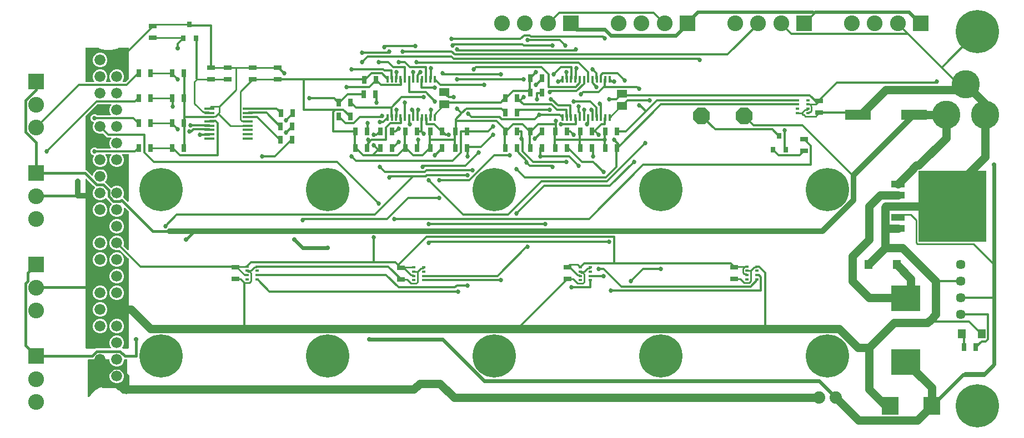
<source format=gbr>
G04 EAGLE Gerber RS-274X export*
G75*
%MOMM*%
%FSLAX34Y34*%
%LPD*%
%INTop Copper*%
%IPPOS*%
%AMOC8*
5,1,8,0,0,1.08239X$1,22.5*%
G01*
%ADD10C,1.447800*%
%ADD11R,0.800000X1.200000*%
%ADD12R,1.200000X1.400000*%
%ADD13P,2.749271X8X202.500000*%
%ADD14R,1.200000X0.800000*%
%ADD15C,4.318000*%
%ADD16R,0.304800X0.990600*%
%ADD17R,1.500000X1.300000*%
%ADD18R,2.413000X2.413000*%
%ADD19C,2.413000*%
%ADD20C,6.604000*%
%ADD21R,1.600000X0.400000*%
%ADD22R,0.800000X0.900000*%
%ADD23R,10.410000X10.800000*%
%ADD24R,2.159000X1.066800*%
%ADD25R,4.500000X4.000000*%
%ADD26R,2.550000X2.700000*%
%ADD27R,1.270000X1.470000*%
%ADD28R,3.900000X1.600000*%
%ADD29R,0.500000X0.350000*%
%ADD30C,1.676400*%
%ADD31C,1.879600*%
%ADD32C,0.254000*%
%ADD33C,0.304800*%
%ADD34C,0.685800*%
%ADD35C,1.270000*%
%ADD36C,0.406400*%
%ADD37C,0.812800*%
%ADD38C,0.705600*%
%ADD39C,0.609600*%
%ADD40C,0.508000*%

G36*
X-62965Y-217157D02*
X-62965Y-217157D01*
X-62866Y-217154D01*
X-62808Y-217137D01*
X-62748Y-217129D01*
X-62656Y-217093D01*
X-62560Y-217065D01*
X-62508Y-217035D01*
X-62452Y-217012D01*
X-62372Y-216954D01*
X-62286Y-216904D01*
X-62211Y-216838D01*
X-62195Y-216826D01*
X-62187Y-216816D01*
X-62166Y-216797D01*
X-62149Y-216781D01*
X-39830Y-216781D01*
X-39692Y-216764D01*
X-39554Y-216751D01*
X-39535Y-216744D01*
X-39514Y-216741D01*
X-39385Y-216690D01*
X-39254Y-216643D01*
X-39238Y-216632D01*
X-39219Y-216624D01*
X-39106Y-216543D01*
X-38991Y-216465D01*
X-38978Y-216449D01*
X-38961Y-216438D01*
X-38873Y-216331D01*
X-38781Y-216226D01*
X-38772Y-216208D01*
X-38759Y-216193D01*
X-38700Y-216067D01*
X-38636Y-215943D01*
X-38632Y-215923D01*
X-38623Y-215905D01*
X-38597Y-215768D01*
X-38567Y-215633D01*
X-38567Y-215612D01*
X-38563Y-215593D01*
X-38572Y-215454D01*
X-38576Y-215315D01*
X-38582Y-215295D01*
X-38583Y-215275D01*
X-38626Y-215143D01*
X-38665Y-215009D01*
X-38675Y-214992D01*
X-38681Y-214973D01*
X-38756Y-214855D01*
X-38826Y-214735D01*
X-38845Y-214714D01*
X-38851Y-214704D01*
X-38866Y-214690D01*
X-38933Y-214614D01*
X-38960Y-214587D01*
X-40623Y-210573D01*
X-40623Y-206227D01*
X-38960Y-202213D01*
X-35887Y-199140D01*
X-31873Y-197477D01*
X-27527Y-197477D01*
X-23513Y-199140D01*
X-20440Y-202213D01*
X-18777Y-206227D01*
X-18777Y-210573D01*
X-20440Y-214587D01*
X-20855Y-215003D01*
X-20941Y-215112D01*
X-21029Y-215219D01*
X-21038Y-215238D01*
X-21050Y-215254D01*
X-21106Y-215382D01*
X-21165Y-215507D01*
X-21169Y-215527D01*
X-21177Y-215546D01*
X-21199Y-215684D01*
X-21225Y-215820D01*
X-21223Y-215840D01*
X-21227Y-215860D01*
X-21213Y-215999D01*
X-21205Y-216137D01*
X-21199Y-216156D01*
X-21197Y-216176D01*
X-21150Y-216308D01*
X-21107Y-216439D01*
X-21096Y-216457D01*
X-21089Y-216476D01*
X-21011Y-216591D01*
X-20937Y-216708D01*
X-20922Y-216722D01*
X-20911Y-216739D01*
X-20807Y-216831D01*
X-20705Y-216926D01*
X-20687Y-216936D01*
X-20672Y-216949D01*
X-20548Y-217013D01*
X-20427Y-217080D01*
X-20407Y-217085D01*
X-20389Y-217094D01*
X-20253Y-217124D01*
X-20119Y-217159D01*
X-20091Y-217161D01*
X-20079Y-217164D01*
X-20058Y-217163D01*
X-19958Y-217169D01*
X-12700Y-217169D01*
X-12582Y-217154D01*
X-12463Y-217147D01*
X-12425Y-217134D01*
X-12384Y-217129D01*
X-12274Y-217086D01*
X-12161Y-217049D01*
X-12126Y-217027D01*
X-12089Y-217012D01*
X-11993Y-216943D01*
X-11892Y-216879D01*
X-11864Y-216849D01*
X-11831Y-216826D01*
X-11756Y-216734D01*
X-11674Y-216647D01*
X-11654Y-216612D01*
X-11629Y-216581D01*
X-11578Y-216473D01*
X-11520Y-216369D01*
X-11510Y-216329D01*
X-11493Y-216293D01*
X-11471Y-216176D01*
X-11441Y-216061D01*
X-11437Y-216001D01*
X-11433Y-215981D01*
X-11435Y-215960D01*
X-11431Y-215900D01*
X-11431Y-80568D01*
X-11443Y-80470D01*
X-11446Y-80371D01*
X-11463Y-80313D01*
X-11471Y-80253D01*
X-11507Y-80161D01*
X-11535Y-80066D01*
X-11565Y-80013D01*
X-11588Y-79957D01*
X-11646Y-79877D01*
X-11696Y-79792D01*
X-11762Y-79716D01*
X-11774Y-79700D01*
X-11784Y-79692D01*
X-11803Y-79671D01*
X-24823Y-66651D01*
X-24846Y-66632D01*
X-24865Y-66610D01*
X-24971Y-66535D01*
X-25074Y-66456D01*
X-25101Y-66444D01*
X-25125Y-66427D01*
X-25247Y-66381D01*
X-25366Y-66329D01*
X-25395Y-66325D01*
X-25423Y-66314D01*
X-25552Y-66300D01*
X-25680Y-66279D01*
X-25709Y-66282D01*
X-25739Y-66279D01*
X-25867Y-66297D01*
X-25997Y-66309D01*
X-26024Y-66319D01*
X-26054Y-66323D01*
X-26206Y-66375D01*
X-27527Y-66923D01*
X-31873Y-66923D01*
X-35887Y-65260D01*
X-38960Y-62187D01*
X-40623Y-58173D01*
X-40623Y-53827D01*
X-38960Y-49813D01*
X-35887Y-46740D01*
X-31873Y-45077D01*
X-27527Y-45077D01*
X-23513Y-46740D01*
X-20440Y-49813D01*
X-18777Y-53827D01*
X-18777Y-58173D01*
X-19339Y-59529D01*
X-19347Y-59558D01*
X-19360Y-59584D01*
X-19389Y-59711D01*
X-19423Y-59836D01*
X-19424Y-59866D01*
X-19430Y-59894D01*
X-19426Y-60024D01*
X-19428Y-60154D01*
X-19421Y-60183D01*
X-19420Y-60212D01*
X-19384Y-60337D01*
X-19354Y-60463D01*
X-19340Y-60490D01*
X-19332Y-60518D01*
X-19266Y-60629D01*
X-19205Y-60744D01*
X-19185Y-60766D01*
X-19170Y-60792D01*
X-19064Y-60913D01*
X-13597Y-66379D01*
X-13488Y-66464D01*
X-13381Y-66553D01*
X-13362Y-66562D01*
X-13346Y-66574D01*
X-13218Y-66629D01*
X-13093Y-66689D01*
X-13073Y-66692D01*
X-13054Y-66700D01*
X-12916Y-66722D01*
X-12780Y-66748D01*
X-12760Y-66747D01*
X-12740Y-66750D01*
X-12601Y-66737D01*
X-12463Y-66729D01*
X-12444Y-66722D01*
X-12424Y-66720D01*
X-12292Y-66673D01*
X-12161Y-66631D01*
X-12143Y-66620D01*
X-12124Y-66613D01*
X-12009Y-66535D01*
X-11892Y-66460D01*
X-11878Y-66446D01*
X-11861Y-66434D01*
X-11769Y-66330D01*
X-11674Y-66229D01*
X-11664Y-66211D01*
X-11651Y-66196D01*
X-11588Y-66072D01*
X-11520Y-65950D01*
X-11515Y-65931D01*
X-11506Y-65913D01*
X-11476Y-65777D01*
X-11441Y-65642D01*
X-11439Y-65614D01*
X-11436Y-65602D01*
X-11437Y-65582D01*
X-11431Y-65482D01*
X-11431Y-8262D01*
X-11443Y-8164D01*
X-11446Y-8065D01*
X-11463Y-8006D01*
X-11471Y-7946D01*
X-11507Y-7854D01*
X-11535Y-7759D01*
X-11565Y-7707D01*
X-11588Y-7651D01*
X-11646Y-7571D01*
X-11696Y-7485D01*
X-11762Y-7410D01*
X-11774Y-7393D01*
X-11784Y-7385D01*
X-11802Y-7364D01*
X-16611Y-2556D01*
X-16720Y-2471D01*
X-16827Y-2382D01*
X-16846Y-2374D01*
X-16862Y-2361D01*
X-16990Y-2306D01*
X-17115Y-2247D01*
X-17135Y-2243D01*
X-17154Y-2235D01*
X-17292Y-2213D01*
X-17428Y-2187D01*
X-17448Y-2188D01*
X-17468Y-2185D01*
X-17607Y-2198D01*
X-17745Y-2207D01*
X-17764Y-2213D01*
X-17784Y-2215D01*
X-17916Y-2262D01*
X-18047Y-2305D01*
X-18065Y-2316D01*
X-18084Y-2323D01*
X-18199Y-2401D01*
X-18316Y-2475D01*
X-18330Y-2490D01*
X-18347Y-2501D01*
X-18439Y-2605D01*
X-18534Y-2707D01*
X-18544Y-2724D01*
X-18557Y-2740D01*
X-18621Y-2863D01*
X-18688Y-2985D01*
X-18693Y-3005D01*
X-18702Y-3023D01*
X-18732Y-3159D01*
X-18767Y-3293D01*
X-18769Y-3321D01*
X-18772Y-3333D01*
X-18771Y-3354D01*
X-18777Y-3454D01*
X-18777Y-7373D01*
X-20440Y-11387D01*
X-23513Y-14460D01*
X-27527Y-16123D01*
X-31873Y-16123D01*
X-35887Y-14460D01*
X-38960Y-11387D01*
X-40623Y-7373D01*
X-40623Y-3027D01*
X-38960Y987D01*
X-37655Y2292D01*
X-37582Y2386D01*
X-37503Y2475D01*
X-37485Y2511D01*
X-37460Y2543D01*
X-37413Y2653D01*
X-37359Y2759D01*
X-37350Y2798D01*
X-37334Y2835D01*
X-37315Y2953D01*
X-37289Y3069D01*
X-37290Y3109D01*
X-37284Y3149D01*
X-37295Y3268D01*
X-37299Y3387D01*
X-37310Y3426D01*
X-37314Y3466D01*
X-37354Y3578D01*
X-37387Y3692D01*
X-37408Y3727D01*
X-37421Y3765D01*
X-37488Y3864D01*
X-37549Y3966D01*
X-37588Y4011D01*
X-37600Y4028D01*
X-37615Y4042D01*
X-37655Y4087D01*
X-39800Y6231D01*
X-39800Y6232D01*
X-43668Y10100D01*
X-45813Y12245D01*
X-45907Y12318D01*
X-45996Y12397D01*
X-46032Y12415D01*
X-46064Y12440D01*
X-46174Y12487D01*
X-46280Y12541D01*
X-46319Y12550D01*
X-46356Y12566D01*
X-46474Y12585D01*
X-46590Y12611D01*
X-46630Y12610D01*
X-46670Y12616D01*
X-46789Y12605D01*
X-46908Y12601D01*
X-46947Y12590D01*
X-46987Y12586D01*
X-47099Y12546D01*
X-47213Y12513D01*
X-47248Y12492D01*
X-47286Y12479D01*
X-47385Y12412D01*
X-47487Y12351D01*
X-47532Y12312D01*
X-47549Y12300D01*
X-47563Y12285D01*
X-47608Y12245D01*
X-48913Y10940D01*
X-52927Y9277D01*
X-57273Y9277D01*
X-61287Y10940D01*
X-64360Y14013D01*
X-66023Y18027D01*
X-66023Y22373D01*
X-64360Y26387D01*
X-63055Y27692D01*
X-62982Y27786D01*
X-62903Y27875D01*
X-62885Y27911D01*
X-62860Y27943D01*
X-62813Y28052D01*
X-62759Y28158D01*
X-62750Y28198D01*
X-62734Y28235D01*
X-62715Y28353D01*
X-62689Y28469D01*
X-62690Y28509D01*
X-62684Y28549D01*
X-62695Y28668D01*
X-62699Y28787D01*
X-62710Y28826D01*
X-62714Y28866D01*
X-62754Y28978D01*
X-62787Y29092D01*
X-62808Y29127D01*
X-62821Y29165D01*
X-62888Y29264D01*
X-62949Y29366D01*
X-62989Y29411D01*
X-63000Y29428D01*
X-63015Y29442D01*
X-63055Y29487D01*
X-65200Y31631D01*
X-65200Y31632D01*
X-75302Y41734D01*
X-75412Y41820D01*
X-75519Y41908D01*
X-75538Y41917D01*
X-75554Y41929D01*
X-75682Y41985D01*
X-75807Y42044D01*
X-75827Y42048D01*
X-75846Y42056D01*
X-75984Y42078D01*
X-76119Y42104D01*
X-76140Y42102D01*
X-76160Y42106D01*
X-76299Y42092D01*
X-76437Y42084D01*
X-76456Y42078D01*
X-76476Y42076D01*
X-76608Y42029D01*
X-76739Y41986D01*
X-76757Y41975D01*
X-76776Y41968D01*
X-76891Y41890D01*
X-77008Y41816D01*
X-77022Y41801D01*
X-77039Y41790D01*
X-77131Y41685D01*
X-77226Y41584D01*
X-77236Y41566D01*
X-77249Y41551D01*
X-77312Y41427D01*
X-77380Y41306D01*
X-77385Y41286D01*
X-77394Y41268D01*
X-77424Y41132D01*
X-77459Y40998D01*
X-77461Y40970D01*
X-77463Y40958D01*
X-77463Y40937D01*
X-77469Y40837D01*
X-77469Y-215900D01*
X-77454Y-216018D01*
X-77447Y-216137D01*
X-77434Y-216175D01*
X-77429Y-216216D01*
X-77386Y-216326D01*
X-77349Y-216439D01*
X-77327Y-216474D01*
X-77312Y-216511D01*
X-77243Y-216607D01*
X-77179Y-216708D01*
X-77149Y-216736D01*
X-77126Y-216769D01*
X-77034Y-216845D01*
X-76947Y-216926D01*
X-76912Y-216946D01*
X-76881Y-216971D01*
X-76773Y-217022D01*
X-76669Y-217080D01*
X-76629Y-217090D01*
X-76593Y-217107D01*
X-76476Y-217129D01*
X-76361Y-217159D01*
X-76301Y-217163D01*
X-76281Y-217167D01*
X-76260Y-217165D01*
X-76200Y-217169D01*
X-63063Y-217169D01*
X-62965Y-217157D01*
G37*
G36*
X-12601Y7006D02*
X-12601Y7006D01*
X-12463Y7015D01*
X-12444Y7021D01*
X-12424Y7023D01*
X-12292Y7070D01*
X-12161Y7113D01*
X-12143Y7124D01*
X-12124Y7131D01*
X-12009Y7209D01*
X-11892Y7283D01*
X-11878Y7298D01*
X-11861Y7309D01*
X-11769Y7413D01*
X-11674Y7515D01*
X-11664Y7532D01*
X-11651Y7548D01*
X-11587Y7671D01*
X-11520Y7793D01*
X-11515Y7813D01*
X-11506Y7831D01*
X-11476Y7967D01*
X-11441Y8101D01*
X-11439Y8129D01*
X-11436Y8141D01*
X-11437Y8162D01*
X-11431Y8262D01*
X-11431Y78804D01*
X-11446Y78922D01*
X-11453Y79040D01*
X-11466Y79079D01*
X-11471Y79119D01*
X-11514Y79230D01*
X-11551Y79343D01*
X-11573Y79377D01*
X-11588Y79415D01*
X-11657Y79511D01*
X-11721Y79612D01*
X-11751Y79639D01*
X-11774Y79672D01*
X-11866Y79748D01*
X-11953Y79830D01*
X-11988Y79849D01*
X-12019Y79875D01*
X-12127Y79926D01*
X-12231Y79983D01*
X-12271Y79993D01*
X-12307Y80010D01*
X-12424Y80033D01*
X-12539Y80063D01*
X-12599Y80066D01*
X-12619Y80070D01*
X-12640Y80069D01*
X-12700Y80073D01*
X-20261Y80073D01*
X-20399Y80055D01*
X-20538Y80042D01*
X-20557Y80035D01*
X-20577Y80033D01*
X-20706Y79982D01*
X-20837Y79935D01*
X-20854Y79923D01*
X-20873Y79916D01*
X-20985Y79834D01*
X-21100Y79756D01*
X-21114Y79741D01*
X-21130Y79729D01*
X-21219Y79622D01*
X-21311Y79518D01*
X-21320Y79500D01*
X-21333Y79484D01*
X-21392Y79358D01*
X-21455Y79234D01*
X-21460Y79215D01*
X-21468Y79196D01*
X-21494Y79060D01*
X-21525Y78924D01*
X-21524Y78904D01*
X-21528Y78884D01*
X-21520Y78746D01*
X-21515Y78606D01*
X-21510Y78587D01*
X-21508Y78567D01*
X-21466Y78435D01*
X-21427Y78301D01*
X-21417Y78283D01*
X-21410Y78264D01*
X-21336Y78147D01*
X-21265Y78027D01*
X-21247Y78006D01*
X-21240Y77995D01*
X-21225Y77981D01*
X-21159Y77906D01*
X-20440Y77187D01*
X-18777Y73173D01*
X-18777Y68827D01*
X-20440Y64813D01*
X-23513Y61740D01*
X-27527Y60077D01*
X-31873Y60077D01*
X-35887Y61740D01*
X-38960Y64813D01*
X-40623Y68827D01*
X-40623Y73173D01*
X-38960Y77187D01*
X-38241Y77906D01*
X-38156Y78016D01*
X-38067Y78123D01*
X-38059Y78141D01*
X-38046Y78157D01*
X-37991Y78285D01*
X-37932Y78411D01*
X-37928Y78430D01*
X-37920Y78449D01*
X-37898Y78587D01*
X-37872Y78723D01*
X-37873Y78743D01*
X-37870Y78763D01*
X-37883Y78902D01*
X-37892Y79040D01*
X-37898Y79060D01*
X-37900Y79080D01*
X-37947Y79211D01*
X-37990Y79343D01*
X-38000Y79360D01*
X-38007Y79379D01*
X-38085Y79494D01*
X-38160Y79612D01*
X-38175Y79626D01*
X-38186Y79642D01*
X-38290Y79734D01*
X-38391Y79830D01*
X-38409Y79839D01*
X-38424Y79853D01*
X-38548Y79916D01*
X-38670Y79983D01*
X-38689Y79988D01*
X-38708Y79997D01*
X-38843Y80028D01*
X-38978Y80063D01*
X-39006Y80064D01*
X-39018Y80067D01*
X-39038Y80066D01*
X-39139Y80073D01*
X-45661Y80073D01*
X-45799Y80055D01*
X-45938Y80042D01*
X-45957Y80035D01*
X-45977Y80033D01*
X-46106Y79982D01*
X-46237Y79935D01*
X-46254Y79923D01*
X-46273Y79916D01*
X-46385Y79834D01*
X-46500Y79756D01*
X-46514Y79741D01*
X-46530Y79729D01*
X-46619Y79622D01*
X-46711Y79518D01*
X-46720Y79500D01*
X-46733Y79484D01*
X-46792Y79358D01*
X-46855Y79234D01*
X-46860Y79215D01*
X-46868Y79196D01*
X-46894Y79060D01*
X-46925Y78924D01*
X-46924Y78904D01*
X-46928Y78884D01*
X-46920Y78746D01*
X-46915Y78606D01*
X-46910Y78587D01*
X-46908Y78567D01*
X-46866Y78435D01*
X-46827Y78301D01*
X-46817Y78283D01*
X-46810Y78264D01*
X-46736Y78147D01*
X-46665Y78027D01*
X-46647Y78006D01*
X-46640Y77995D01*
X-46625Y77981D01*
X-46559Y77906D01*
X-45840Y77187D01*
X-44177Y73173D01*
X-44177Y68827D01*
X-45840Y64813D01*
X-48913Y61740D01*
X-52927Y60077D01*
X-57273Y60077D01*
X-61287Y61740D01*
X-64360Y64813D01*
X-66023Y68827D01*
X-66023Y73173D01*
X-64547Y76736D01*
X-64515Y76850D01*
X-64477Y76963D01*
X-64474Y77003D01*
X-64463Y77042D01*
X-64461Y77161D01*
X-64452Y77280D01*
X-64459Y77320D01*
X-64458Y77360D01*
X-64486Y77476D01*
X-64506Y77593D01*
X-64523Y77630D01*
X-64532Y77670D01*
X-64588Y77775D01*
X-64637Y77883D01*
X-64662Y77915D01*
X-64681Y77951D01*
X-64761Y78039D01*
X-64835Y78132D01*
X-64867Y78156D01*
X-64895Y78186D01*
X-64994Y78252D01*
X-65089Y78323D01*
X-65143Y78350D01*
X-65160Y78361D01*
X-65180Y78368D01*
X-65234Y78394D01*
X-66882Y79077D01*
X-68561Y80756D01*
X-69470Y82950D01*
X-69470Y85325D01*
X-68561Y87519D01*
X-66882Y89198D01*
X-64687Y90107D01*
X-62313Y90107D01*
X-60118Y89198D01*
X-59494Y88574D01*
X-59416Y88513D01*
X-59344Y88445D01*
X-59291Y88416D01*
X-59243Y88379D01*
X-59152Y88340D01*
X-59065Y88292D01*
X-59007Y88277D01*
X-58951Y88253D01*
X-58853Y88237D01*
X-58757Y88212D01*
X-58657Y88206D01*
X-58637Y88203D01*
X-58625Y88204D01*
X-58597Y88202D01*
X-40014Y88202D01*
X-39875Y88220D01*
X-39736Y88233D01*
X-39718Y88240D01*
X-39698Y88242D01*
X-39568Y88293D01*
X-39437Y88341D01*
X-39421Y88352D01*
X-39402Y88359D01*
X-39290Y88441D01*
X-39174Y88519D01*
X-39161Y88534D01*
X-39145Y88546D01*
X-39056Y88653D01*
X-38964Y88758D01*
X-38955Y88776D01*
X-38942Y88791D01*
X-38883Y88917D01*
X-38819Y89041D01*
X-38815Y89061D01*
X-38807Y89079D01*
X-38781Y89215D01*
X-38750Y89352D01*
X-38751Y89372D01*
X-38747Y89391D01*
X-38755Y89530D01*
X-38760Y89670D01*
X-38765Y89689D01*
X-38767Y89708D01*
X-38810Y89841D01*
X-38848Y89975D01*
X-38859Y89992D01*
X-38865Y90011D01*
X-38898Y90064D01*
X-40623Y94227D01*
X-40623Y98573D01*
X-38960Y102587D01*
X-38241Y103306D01*
X-38156Y103416D01*
X-38067Y103523D01*
X-38059Y103541D01*
X-38046Y103557D01*
X-37991Y103685D01*
X-37932Y103811D01*
X-37928Y103830D01*
X-37920Y103849D01*
X-37898Y103987D01*
X-37872Y104123D01*
X-37873Y104143D01*
X-37870Y104163D01*
X-37883Y104302D01*
X-37892Y104440D01*
X-37898Y104460D01*
X-37900Y104480D01*
X-37947Y104611D01*
X-37990Y104743D01*
X-38000Y104760D01*
X-38007Y104779D01*
X-38085Y104894D01*
X-38160Y105012D01*
X-38175Y105026D01*
X-38186Y105042D01*
X-38290Y105134D01*
X-38391Y105230D01*
X-38409Y105239D01*
X-38424Y105253D01*
X-38548Y105316D01*
X-38670Y105383D01*
X-38689Y105388D01*
X-38708Y105397D01*
X-38843Y105428D01*
X-38978Y105463D01*
X-39006Y105464D01*
X-39018Y105467D01*
X-39038Y105466D01*
X-39139Y105473D01*
X-44546Y105473D01*
X-50223Y111149D01*
X-50246Y111168D01*
X-50265Y111190D01*
X-50371Y111265D01*
X-50474Y111344D01*
X-50501Y111356D01*
X-50525Y111373D01*
X-50647Y111419D01*
X-50766Y111471D01*
X-50795Y111475D01*
X-50823Y111486D01*
X-50952Y111500D01*
X-51080Y111521D01*
X-51109Y111518D01*
X-51139Y111521D01*
X-51267Y111503D01*
X-51397Y111491D01*
X-51424Y111481D01*
X-51454Y111477D01*
X-51606Y111425D01*
X-52927Y110877D01*
X-57273Y110877D01*
X-61287Y112540D01*
X-64360Y115613D01*
X-66023Y119627D01*
X-66023Y123973D01*
X-64547Y127536D01*
X-64515Y127650D01*
X-64477Y127763D01*
X-64474Y127803D01*
X-64463Y127842D01*
X-64461Y127961D01*
X-64452Y128080D01*
X-64459Y128120D01*
X-64458Y128160D01*
X-64486Y128276D01*
X-64506Y128393D01*
X-64523Y128430D01*
X-64532Y128470D01*
X-64588Y128575D01*
X-64637Y128683D01*
X-64662Y128715D01*
X-64681Y128751D01*
X-64761Y128839D01*
X-64835Y128932D01*
X-64867Y128956D01*
X-64895Y128986D01*
X-64994Y129052D01*
X-65089Y129123D01*
X-65143Y129150D01*
X-65160Y129161D01*
X-65180Y129168D01*
X-65234Y129194D01*
X-66882Y129877D01*
X-68561Y131556D01*
X-69470Y133750D01*
X-69470Y136125D01*
X-68561Y138319D01*
X-66882Y139998D01*
X-64687Y140907D01*
X-62313Y140907D01*
X-60118Y139998D01*
X-59494Y139374D01*
X-59416Y139313D01*
X-59344Y139245D01*
X-59291Y139216D01*
X-59243Y139179D01*
X-59152Y139140D01*
X-59065Y139092D01*
X-59007Y139077D01*
X-58951Y139053D01*
X-58853Y139037D01*
X-58757Y139012D01*
X-58657Y139006D01*
X-58637Y139003D01*
X-58625Y139004D01*
X-58597Y139002D01*
X-40014Y139002D01*
X-39875Y139020D01*
X-39736Y139033D01*
X-39718Y139040D01*
X-39698Y139042D01*
X-39568Y139093D01*
X-39437Y139141D01*
X-39421Y139152D01*
X-39402Y139159D01*
X-39290Y139241D01*
X-39174Y139319D01*
X-39161Y139334D01*
X-39145Y139346D01*
X-39056Y139453D01*
X-38964Y139558D01*
X-38955Y139576D01*
X-38942Y139591D01*
X-38883Y139717D01*
X-38819Y139841D01*
X-38815Y139861D01*
X-38807Y139879D01*
X-38781Y140015D01*
X-38750Y140152D01*
X-38751Y140172D01*
X-38747Y140191D01*
X-38755Y140330D01*
X-38760Y140470D01*
X-38765Y140489D01*
X-38767Y140508D01*
X-38810Y140641D01*
X-38848Y140775D01*
X-38859Y140792D01*
X-38865Y140811D01*
X-38898Y140864D01*
X-40623Y145027D01*
X-40623Y149373D01*
X-38960Y153387D01*
X-38241Y154106D01*
X-38156Y154216D01*
X-38067Y154323D01*
X-38059Y154341D01*
X-38046Y154357D01*
X-37991Y154485D01*
X-37932Y154611D01*
X-37928Y154630D01*
X-37920Y154649D01*
X-37898Y154787D01*
X-37872Y154923D01*
X-37873Y154943D01*
X-37870Y154963D01*
X-37883Y155102D01*
X-37892Y155240D01*
X-37898Y155260D01*
X-37900Y155280D01*
X-37947Y155411D01*
X-37990Y155543D01*
X-38000Y155560D01*
X-38007Y155579D01*
X-38085Y155694D01*
X-38160Y155812D01*
X-38175Y155826D01*
X-38186Y155842D01*
X-38290Y155934D01*
X-38391Y156030D01*
X-38409Y156039D01*
X-38424Y156053D01*
X-38548Y156116D01*
X-38670Y156183D01*
X-38689Y156188D01*
X-38708Y156197D01*
X-38843Y156228D01*
X-38978Y156263D01*
X-39006Y156264D01*
X-39018Y156267D01*
X-39038Y156266D01*
X-39139Y156273D01*
X-58116Y156273D01*
X-58214Y156260D01*
X-58313Y156257D01*
X-58371Y156241D01*
X-58431Y156233D01*
X-58523Y156196D01*
X-58618Y156169D01*
X-58670Y156138D01*
X-58727Y156116D01*
X-58807Y156058D01*
X-58892Y156007D01*
X-58968Y155941D01*
X-58984Y155929D01*
X-58992Y155920D01*
X-59013Y155901D01*
X-77098Y137817D01*
X-77158Y137738D01*
X-77226Y137666D01*
X-77255Y137613D01*
X-77292Y137565D01*
X-77332Y137474D01*
X-77380Y137388D01*
X-77395Y137329D01*
X-77419Y137273D01*
X-77434Y137176D01*
X-77459Y137080D01*
X-77465Y136980D01*
X-77469Y136959D01*
X-77467Y136947D01*
X-77469Y136919D01*
X-77469Y56642D01*
X-77454Y56524D01*
X-77447Y56405D01*
X-77434Y56367D01*
X-77429Y56326D01*
X-77386Y56216D01*
X-77349Y56103D01*
X-77327Y56068D01*
X-77312Y56031D01*
X-77243Y55935D01*
X-77179Y55834D01*
X-77149Y55806D01*
X-77126Y55773D01*
X-77034Y55697D01*
X-76947Y55616D01*
X-76912Y55596D01*
X-76881Y55571D01*
X-76773Y55520D01*
X-76669Y55462D01*
X-76629Y55452D01*
X-76593Y55435D01*
X-76476Y55413D01*
X-76361Y55383D01*
X-76301Y55379D01*
X-76281Y55375D01*
X-76260Y55377D01*
X-76200Y55373D01*
X-76007Y55373D01*
X-68064Y47430D01*
X-68025Y47399D01*
X-67992Y47363D01*
X-67900Y47302D01*
X-67813Y47235D01*
X-67767Y47215D01*
X-67726Y47188D01*
X-67622Y47152D01*
X-67521Y47109D01*
X-67472Y47101D01*
X-67425Y47085D01*
X-67316Y47076D01*
X-67207Y47059D01*
X-67158Y47063D01*
X-67108Y47059D01*
X-67000Y47078D01*
X-66890Y47088D01*
X-66844Y47105D01*
X-66795Y47114D01*
X-66695Y47159D01*
X-66591Y47196D01*
X-66550Y47224D01*
X-66505Y47244D01*
X-66419Y47313D01*
X-66328Y47375D01*
X-66295Y47412D01*
X-66256Y47443D01*
X-66190Y47531D01*
X-66118Y47613D01*
X-66095Y47657D01*
X-66065Y47697D01*
X-65994Y47842D01*
X-64360Y51787D01*
X-61287Y54860D01*
X-57273Y56523D01*
X-52927Y56523D01*
X-48913Y54860D01*
X-45840Y51787D01*
X-44177Y47773D01*
X-44177Y43427D01*
X-45840Y39413D01*
X-47145Y38108D01*
X-47218Y38014D01*
X-47297Y37925D01*
X-47315Y37889D01*
X-47340Y37857D01*
X-47387Y37748D01*
X-47441Y37642D01*
X-47450Y37602D01*
X-47466Y37565D01*
X-47485Y37447D01*
X-47511Y37331D01*
X-47510Y37291D01*
X-47516Y37251D01*
X-47505Y37132D01*
X-47501Y37013D01*
X-47490Y36974D01*
X-47486Y36934D01*
X-47446Y36822D01*
X-47413Y36708D01*
X-47392Y36673D01*
X-47379Y36635D01*
X-47312Y36536D01*
X-47251Y36434D01*
X-47211Y36389D01*
X-47200Y36372D01*
X-47185Y36358D01*
X-47145Y36313D01*
X-38987Y28155D01*
X-38904Y28091D01*
X-38849Y28039D01*
X-38836Y28032D01*
X-38804Y28003D01*
X-38768Y27985D01*
X-38736Y27960D01*
X-38626Y27913D01*
X-38520Y27859D01*
X-38481Y27850D01*
X-38444Y27834D01*
X-38326Y27815D01*
X-38210Y27789D01*
X-38170Y27790D01*
X-38130Y27784D01*
X-38011Y27795D01*
X-37892Y27799D01*
X-37853Y27810D01*
X-37813Y27814D01*
X-37701Y27854D01*
X-37587Y27887D01*
X-37552Y27908D01*
X-37514Y27921D01*
X-37470Y27951D01*
X-37466Y27953D01*
X-37439Y27972D01*
X-37415Y27988D01*
X-37313Y28049D01*
X-37268Y28088D01*
X-37251Y28100D01*
X-37237Y28115D01*
X-37215Y28135D01*
X-37208Y28140D01*
X-37205Y28144D01*
X-37192Y28155D01*
X-35887Y29460D01*
X-31873Y31123D01*
X-27527Y31123D01*
X-23513Y29460D01*
X-20440Y26387D01*
X-18777Y22373D01*
X-18777Y18027D01*
X-20059Y14934D01*
X-20067Y14905D01*
X-20080Y14879D01*
X-20108Y14752D01*
X-20143Y14627D01*
X-20143Y14597D01*
X-20150Y14569D01*
X-20146Y14439D01*
X-20148Y14309D01*
X-20141Y14280D01*
X-20140Y14251D01*
X-20104Y14126D01*
X-20074Y14000D01*
X-20060Y13974D01*
X-20052Y13945D01*
X-19986Y13833D01*
X-19925Y13719D01*
X-19905Y13697D01*
X-19890Y13671D01*
X-19784Y13550D01*
X-13597Y7364D01*
X-13488Y7279D01*
X-13381Y7190D01*
X-13362Y7182D01*
X-13346Y7169D01*
X-13218Y7114D01*
X-13093Y7055D01*
X-13073Y7051D01*
X-13054Y7043D01*
X-12916Y7021D01*
X-12780Y6995D01*
X-12760Y6996D01*
X-12740Y6993D01*
X-12601Y7006D01*
G37*
G36*
X-65275Y189820D02*
X-65275Y189820D01*
X-65136Y189833D01*
X-65118Y189840D01*
X-65098Y189842D01*
X-64968Y189893D01*
X-64837Y189941D01*
X-64821Y189952D01*
X-64802Y189959D01*
X-64690Y190041D01*
X-64574Y190119D01*
X-64561Y190134D01*
X-64545Y190146D01*
X-64456Y190253D01*
X-64364Y190358D01*
X-64355Y190376D01*
X-64342Y190391D01*
X-64283Y190517D01*
X-64219Y190641D01*
X-64215Y190661D01*
X-64207Y190679D01*
X-64181Y190815D01*
X-64150Y190952D01*
X-64151Y190972D01*
X-64147Y190991D01*
X-64155Y191130D01*
X-64160Y191270D01*
X-64165Y191289D01*
X-64167Y191308D01*
X-64210Y191441D01*
X-64248Y191575D01*
X-64259Y191592D01*
X-64265Y191611D01*
X-64298Y191664D01*
X-66023Y195827D01*
X-66023Y200173D01*
X-64360Y204187D01*
X-61287Y207260D01*
X-57273Y208923D01*
X-52927Y208923D01*
X-48913Y207260D01*
X-45840Y204187D01*
X-44177Y200173D01*
X-44177Y195827D01*
X-45895Y191680D01*
X-45934Y191590D01*
X-45993Y191464D01*
X-45997Y191445D01*
X-46005Y191427D01*
X-46027Y191288D01*
X-46053Y191152D01*
X-46052Y191132D01*
X-46055Y191113D01*
X-46042Y190973D01*
X-46033Y190835D01*
X-46027Y190816D01*
X-46025Y190796D01*
X-45978Y190664D01*
X-45935Y190532D01*
X-45925Y190515D01*
X-45918Y190497D01*
X-45840Y190381D01*
X-45765Y190263D01*
X-45751Y190250D01*
X-45740Y190233D01*
X-45635Y190141D01*
X-45534Y190045D01*
X-45516Y190036D01*
X-45501Y190023D01*
X-45377Y189959D01*
X-45255Y189892D01*
X-45236Y189887D01*
X-45218Y189878D01*
X-45082Y189847D01*
X-44947Y189812D01*
X-44920Y189811D01*
X-44908Y189808D01*
X-44888Y189809D01*
X-44786Y189802D01*
X-40014Y189802D01*
X-39875Y189820D01*
X-39736Y189833D01*
X-39718Y189840D01*
X-39698Y189842D01*
X-39568Y189893D01*
X-39437Y189941D01*
X-39421Y189952D01*
X-39402Y189959D01*
X-39290Y190041D01*
X-39174Y190119D01*
X-39161Y190134D01*
X-39145Y190146D01*
X-39056Y190253D01*
X-38964Y190358D01*
X-38955Y190376D01*
X-38942Y190391D01*
X-38883Y190517D01*
X-38819Y190641D01*
X-38815Y190661D01*
X-38807Y190679D01*
X-38781Y190815D01*
X-38750Y190952D01*
X-38751Y190972D01*
X-38747Y190991D01*
X-38755Y191130D01*
X-38760Y191270D01*
X-38765Y191289D01*
X-38767Y191308D01*
X-38810Y191441D01*
X-38848Y191575D01*
X-38859Y191592D01*
X-38865Y191611D01*
X-38898Y191664D01*
X-40623Y195827D01*
X-40623Y200173D01*
X-38960Y204187D01*
X-35887Y207260D01*
X-31873Y208923D01*
X-27527Y208923D01*
X-23513Y207260D01*
X-20440Y204187D01*
X-18777Y200173D01*
X-18777Y195827D01*
X-20495Y191680D01*
X-20534Y191590D01*
X-20593Y191464D01*
X-20597Y191445D01*
X-20605Y191427D01*
X-20627Y191288D01*
X-20653Y191152D01*
X-20652Y191132D01*
X-20655Y191113D01*
X-20642Y190973D01*
X-20633Y190835D01*
X-20627Y190816D01*
X-20625Y190796D01*
X-20578Y190664D01*
X-20535Y190532D01*
X-20525Y190515D01*
X-20518Y190497D01*
X-20440Y190381D01*
X-20365Y190263D01*
X-20351Y190250D01*
X-20340Y190233D01*
X-20235Y190141D01*
X-20134Y190045D01*
X-20116Y190036D01*
X-20101Y190023D01*
X-19977Y189959D01*
X-19855Y189892D01*
X-19836Y189887D01*
X-19818Y189878D01*
X-19682Y189847D01*
X-19547Y189812D01*
X-19520Y189811D01*
X-19508Y189808D01*
X-19488Y189809D01*
X-19386Y189802D01*
X-16497Y189802D01*
X-16399Y189815D01*
X-16300Y189818D01*
X-16241Y189834D01*
X-16181Y189842D01*
X-16089Y189879D01*
X-15994Y189906D01*
X-15942Y189937D01*
X-15886Y189959D01*
X-15806Y190017D01*
X-15720Y190068D01*
X-15645Y190134D01*
X-15628Y190146D01*
X-15621Y190155D01*
X-15599Y190174D01*
X-11802Y193971D01*
X-11742Y194049D01*
X-11674Y194121D01*
X-11645Y194174D01*
X-11608Y194222D01*
X-11568Y194313D01*
X-11520Y194400D01*
X-11505Y194458D01*
X-11481Y194514D01*
X-11466Y194612D01*
X-11441Y194708D01*
X-11435Y194808D01*
X-11431Y194828D01*
X-11433Y194840D01*
X-11431Y194868D01*
X-11431Y241300D01*
X-11446Y241418D01*
X-11453Y241537D01*
X-11466Y241575D01*
X-11471Y241616D01*
X-11514Y241726D01*
X-11551Y241839D01*
X-11573Y241874D01*
X-11588Y241911D01*
X-11658Y242007D01*
X-11721Y242108D01*
X-11751Y242136D01*
X-11774Y242169D01*
X-11866Y242245D01*
X-11953Y242326D01*
X-11988Y242346D01*
X-12019Y242371D01*
X-12127Y242422D01*
X-12231Y242480D01*
X-12271Y242490D01*
X-12307Y242507D01*
X-12424Y242529D01*
X-12539Y242559D01*
X-12600Y242563D01*
X-12620Y242567D01*
X-12640Y242565D01*
X-12700Y242569D01*
X-26127Y242569D01*
X-26219Y242558D01*
X-26311Y242556D01*
X-26376Y242538D01*
X-26443Y242529D01*
X-26529Y242495D01*
X-26618Y242471D01*
X-26723Y242419D01*
X-26738Y242412D01*
X-26745Y242407D01*
X-26762Y242399D01*
X-29454Y240845D01*
X-37984Y238559D01*
X-46816Y238559D01*
X-55346Y240845D01*
X-58038Y242399D01*
X-58123Y242435D01*
X-58204Y242480D01*
X-58269Y242496D01*
X-58331Y242522D01*
X-58423Y242536D01*
X-58512Y242559D01*
X-58629Y242566D01*
X-58646Y242569D01*
X-58654Y242568D01*
X-58673Y242569D01*
X-76200Y242569D01*
X-76318Y242554D01*
X-76437Y242547D01*
X-76475Y242534D01*
X-76516Y242529D01*
X-76626Y242486D01*
X-76739Y242449D01*
X-76774Y242427D01*
X-76811Y242412D01*
X-76907Y242343D01*
X-77008Y242279D01*
X-77036Y242249D01*
X-77069Y242226D01*
X-77145Y242134D01*
X-77226Y242047D01*
X-77246Y242012D01*
X-77271Y241981D01*
X-77322Y241873D01*
X-77380Y241769D01*
X-77390Y241729D01*
X-77407Y241693D01*
X-77429Y241576D01*
X-77459Y241461D01*
X-77463Y241401D01*
X-77467Y241381D01*
X-77465Y241360D01*
X-77469Y241300D01*
X-77469Y191071D01*
X-77454Y190953D01*
X-77447Y190835D01*
X-77434Y190796D01*
X-77429Y190756D01*
X-77386Y190645D01*
X-77349Y190532D01*
X-77327Y190498D01*
X-77312Y190460D01*
X-77243Y190364D01*
X-77179Y190263D01*
X-77149Y190236D01*
X-77126Y190203D01*
X-77034Y190127D01*
X-76947Y190045D01*
X-76912Y190026D01*
X-76881Y190000D01*
X-76773Y189949D01*
X-76669Y189892D01*
X-76629Y189882D01*
X-76593Y189865D01*
X-76476Y189842D01*
X-76361Y189812D01*
X-76301Y189809D01*
X-76281Y189805D01*
X-76260Y189806D01*
X-76200Y189802D01*
X-65414Y189802D01*
X-65275Y189820D01*
G37*
G36*
X-72387Y-291235D02*
X-72387Y-291235D01*
X-72338Y-291239D01*
X-72214Y-291220D01*
X-72090Y-291210D01*
X-72042Y-291194D01*
X-71993Y-291187D01*
X-71877Y-291141D01*
X-71758Y-291102D01*
X-71715Y-291077D01*
X-71669Y-291058D01*
X-71567Y-290987D01*
X-71460Y-290922D01*
X-71424Y-290888D01*
X-71383Y-290859D01*
X-71299Y-290767D01*
X-71210Y-290679D01*
X-71174Y-290628D01*
X-71150Y-290600D01*
X-71127Y-290559D01*
X-71071Y-290478D01*
X-69239Y-287305D01*
X-62995Y-281061D01*
X-55346Y-276645D01*
X-46816Y-274359D01*
X-37984Y-274359D01*
X-29454Y-276645D01*
X-21805Y-281061D01*
X-16317Y-286549D01*
X-16239Y-286611D01*
X-16166Y-286681D01*
X-16102Y-286720D01*
X-16044Y-286766D01*
X-15953Y-286809D01*
X-15867Y-286860D01*
X-15796Y-286883D01*
X-15729Y-286915D01*
X-15631Y-286936D01*
X-15535Y-286966D01*
X-15461Y-286972D01*
X-15388Y-286988D01*
X-15288Y-286986D01*
X-15188Y-286994D01*
X-15114Y-286983D01*
X-15040Y-286982D01*
X-14943Y-286958D01*
X-14843Y-286943D01*
X-14774Y-286915D01*
X-14702Y-286897D01*
X-14612Y-286851D01*
X-14519Y-286814D01*
X-14458Y-286772D01*
X-14392Y-286737D01*
X-14315Y-286672D01*
X-14233Y-286615D01*
X-14183Y-286560D01*
X-14127Y-286512D01*
X-14067Y-286431D01*
X-14000Y-286356D01*
X-13964Y-286291D01*
X-13919Y-286231D01*
X-13880Y-286139D01*
X-13831Y-286051D01*
X-13811Y-285980D01*
X-13781Y-285911D01*
X-13764Y-285813D01*
X-13736Y-285716D01*
X-13728Y-285616D01*
X-13720Y-285568D01*
X-13722Y-285533D01*
X-13717Y-285472D01*
X-13717Y-234950D01*
X-13720Y-234924D01*
X-13718Y-234898D01*
X-13740Y-234751D01*
X-13757Y-234604D01*
X-13765Y-234579D01*
X-13769Y-234553D01*
X-13824Y-234415D01*
X-13874Y-234276D01*
X-13888Y-234254D01*
X-13898Y-234229D01*
X-13983Y-234108D01*
X-14063Y-233983D01*
X-14082Y-233965D01*
X-14097Y-233943D01*
X-14207Y-233844D01*
X-14314Y-233741D01*
X-14336Y-233727D01*
X-14356Y-233710D01*
X-14486Y-233638D01*
X-14613Y-233562D01*
X-14638Y-233554D01*
X-14661Y-233541D01*
X-14804Y-233501D01*
X-14945Y-233456D01*
X-14971Y-233454D01*
X-14996Y-233446D01*
X-15240Y-233427D01*
X-17254Y-233427D01*
X-17280Y-233430D01*
X-17306Y-233428D01*
X-17453Y-233450D01*
X-17600Y-233467D01*
X-17625Y-233475D01*
X-17651Y-233479D01*
X-17789Y-233534D01*
X-17928Y-233584D01*
X-17950Y-233598D01*
X-17975Y-233608D01*
X-18096Y-233693D01*
X-18221Y-233773D01*
X-18239Y-233792D01*
X-18261Y-233807D01*
X-18360Y-233917D01*
X-18463Y-234024D01*
X-18477Y-234046D01*
X-18494Y-234066D01*
X-18566Y-234196D01*
X-18642Y-234323D01*
X-18650Y-234348D01*
X-18663Y-234371D01*
X-18703Y-234514D01*
X-18748Y-234655D01*
X-18750Y-234681D01*
X-18758Y-234706D01*
X-18777Y-234950D01*
X-18777Y-235973D01*
X-20440Y-239987D01*
X-23513Y-243060D01*
X-27527Y-244723D01*
X-31873Y-244723D01*
X-35887Y-243060D01*
X-38960Y-239987D01*
X-40623Y-235973D01*
X-40623Y-234950D01*
X-40626Y-234924D01*
X-40624Y-234898D01*
X-40646Y-234751D01*
X-40663Y-234604D01*
X-40671Y-234579D01*
X-40675Y-234553D01*
X-40730Y-234415D01*
X-40780Y-234276D01*
X-40794Y-234254D01*
X-40804Y-234229D01*
X-40889Y-234108D01*
X-40969Y-233983D01*
X-40988Y-233965D01*
X-41003Y-233943D01*
X-41113Y-233844D01*
X-41220Y-233741D01*
X-41242Y-233727D01*
X-41262Y-233710D01*
X-41392Y-233638D01*
X-41519Y-233562D01*
X-41544Y-233554D01*
X-41567Y-233541D01*
X-41710Y-233501D01*
X-41851Y-233456D01*
X-41877Y-233454D01*
X-41902Y-233446D01*
X-42146Y-233427D01*
X-72390Y-233427D01*
X-72416Y-233430D01*
X-72442Y-233428D01*
X-72589Y-233450D01*
X-72736Y-233467D01*
X-72761Y-233475D01*
X-72787Y-233479D01*
X-72925Y-233534D01*
X-73064Y-233584D01*
X-73086Y-233598D01*
X-73111Y-233608D01*
X-73232Y-233693D01*
X-73357Y-233773D01*
X-73375Y-233792D01*
X-73397Y-233807D01*
X-73496Y-233917D01*
X-73599Y-234024D01*
X-73613Y-234046D01*
X-73630Y-234066D01*
X-73702Y-234196D01*
X-73778Y-234323D01*
X-73786Y-234348D01*
X-73799Y-234371D01*
X-73839Y-234514D01*
X-73884Y-234655D01*
X-73886Y-234681D01*
X-73894Y-234706D01*
X-73913Y-234950D01*
X-73913Y-289716D01*
X-73899Y-289840D01*
X-73893Y-289965D01*
X-73879Y-290013D01*
X-73873Y-290062D01*
X-73831Y-290180D01*
X-73797Y-290300D01*
X-73773Y-290344D01*
X-73756Y-290391D01*
X-73688Y-290496D01*
X-73627Y-290605D01*
X-73594Y-290642D01*
X-73567Y-290683D01*
X-73477Y-290770D01*
X-73393Y-290863D01*
X-73352Y-290891D01*
X-73316Y-290926D01*
X-73209Y-290990D01*
X-73106Y-291061D01*
X-73060Y-291079D01*
X-73017Y-291104D01*
X-72898Y-291143D01*
X-72782Y-291188D01*
X-72733Y-291195D01*
X-72685Y-291211D01*
X-72561Y-291221D01*
X-72437Y-291239D01*
X-72387Y-291235D01*
G37*
%LPC*%
G36*
X-57273Y212477D02*
X-57273Y212477D01*
X-61287Y214140D01*
X-64360Y217213D01*
X-66023Y221227D01*
X-66023Y225573D01*
X-64360Y229587D01*
X-61287Y232660D01*
X-57273Y234323D01*
X-52927Y234323D01*
X-48913Y232660D01*
X-45840Y229587D01*
X-44177Y225573D01*
X-44177Y221227D01*
X-45840Y217213D01*
X-48913Y214140D01*
X-52927Y212477D01*
X-57273Y212477D01*
G37*
%LPD*%
%LPC*%
G36*
X-31873Y-41523D02*
X-31873Y-41523D01*
X-35887Y-39860D01*
X-38960Y-36787D01*
X-40623Y-32773D01*
X-40623Y-28427D01*
X-38960Y-24413D01*
X-35887Y-21340D01*
X-31873Y-19677D01*
X-27527Y-19677D01*
X-23513Y-21340D01*
X-20440Y-24413D01*
X-18777Y-28427D01*
X-18777Y-32773D01*
X-20440Y-36787D01*
X-23513Y-39860D01*
X-27527Y-41523D01*
X-31873Y-41523D01*
G37*
%LPD*%
%LPC*%
G36*
X-57273Y-66923D02*
X-57273Y-66923D01*
X-61287Y-65260D01*
X-64360Y-62187D01*
X-66023Y-58173D01*
X-66023Y-53827D01*
X-64360Y-49813D01*
X-61287Y-46740D01*
X-57273Y-45077D01*
X-52927Y-45077D01*
X-48913Y-46740D01*
X-45840Y-49813D01*
X-44177Y-53827D01*
X-44177Y-58173D01*
X-45840Y-62187D01*
X-48913Y-65260D01*
X-52927Y-66923D01*
X-57273Y-66923D01*
G37*
%LPD*%
%LPC*%
G36*
X-31873Y-92323D02*
X-31873Y-92323D01*
X-35887Y-90660D01*
X-38960Y-87587D01*
X-40623Y-83573D01*
X-40623Y-79227D01*
X-38960Y-75213D01*
X-35887Y-72140D01*
X-31873Y-70477D01*
X-27527Y-70477D01*
X-23513Y-72140D01*
X-20440Y-75213D01*
X-18777Y-79227D01*
X-18777Y-83573D01*
X-20440Y-87587D01*
X-23513Y-90660D01*
X-27527Y-92323D01*
X-31873Y-92323D01*
G37*
%LPD*%
%LPC*%
G36*
X-57273Y-92323D02*
X-57273Y-92323D01*
X-61287Y-90660D01*
X-64360Y-87587D01*
X-66023Y-83573D01*
X-66023Y-79227D01*
X-64360Y-75213D01*
X-61287Y-72140D01*
X-57273Y-70477D01*
X-52927Y-70477D01*
X-48913Y-72140D01*
X-45840Y-75213D01*
X-44177Y-79227D01*
X-44177Y-83573D01*
X-45840Y-87587D01*
X-48913Y-90660D01*
X-52927Y-92323D01*
X-57273Y-92323D01*
G37*
%LPD*%
%LPC*%
G36*
X-31873Y-117723D02*
X-31873Y-117723D01*
X-35887Y-116060D01*
X-38960Y-112987D01*
X-40623Y-108973D01*
X-40623Y-104627D01*
X-38960Y-100613D01*
X-35887Y-97540D01*
X-31873Y-95877D01*
X-27527Y-95877D01*
X-23513Y-97540D01*
X-20440Y-100613D01*
X-18777Y-104627D01*
X-18777Y-108973D01*
X-20440Y-112987D01*
X-23513Y-116060D01*
X-27527Y-117723D01*
X-31873Y-117723D01*
G37*
%LPD*%
%LPC*%
G36*
X-31873Y-143123D02*
X-31873Y-143123D01*
X-35887Y-141460D01*
X-38960Y-138387D01*
X-40623Y-134373D01*
X-40623Y-130027D01*
X-38960Y-126013D01*
X-35887Y-122940D01*
X-31873Y-121277D01*
X-27527Y-121277D01*
X-23513Y-122940D01*
X-20440Y-126013D01*
X-18777Y-130027D01*
X-18777Y-134373D01*
X-20440Y-138387D01*
X-23513Y-141460D01*
X-27527Y-143123D01*
X-31873Y-143123D01*
G37*
%LPD*%
%LPC*%
G36*
X-57273Y-143123D02*
X-57273Y-143123D01*
X-61287Y-141460D01*
X-64360Y-138387D01*
X-66023Y-134373D01*
X-66023Y-130027D01*
X-64360Y-126013D01*
X-61287Y-122940D01*
X-57273Y-121277D01*
X-52927Y-121277D01*
X-48913Y-122940D01*
X-45840Y-126013D01*
X-44177Y-130027D01*
X-44177Y-134373D01*
X-45840Y-138387D01*
X-48913Y-141460D01*
X-52927Y-143123D01*
X-57273Y-143123D01*
G37*
%LPD*%
%LPC*%
G36*
X-57273Y-168523D02*
X-57273Y-168523D01*
X-61287Y-166860D01*
X-64360Y-163787D01*
X-66023Y-159773D01*
X-66023Y-155427D01*
X-64360Y-151413D01*
X-61287Y-148340D01*
X-57273Y-146677D01*
X-52927Y-146677D01*
X-48913Y-148340D01*
X-45840Y-151413D01*
X-44177Y-155427D01*
X-44177Y-159773D01*
X-45840Y-163787D01*
X-48913Y-166860D01*
X-52927Y-168523D01*
X-57273Y-168523D01*
G37*
%LPD*%
%LPC*%
G36*
X-31873Y-193923D02*
X-31873Y-193923D01*
X-35887Y-192260D01*
X-38960Y-189187D01*
X-40623Y-185173D01*
X-40623Y-180827D01*
X-38960Y-176813D01*
X-35887Y-173740D01*
X-31873Y-172077D01*
X-27527Y-172077D01*
X-23513Y-173740D01*
X-20440Y-176813D01*
X-18777Y-180827D01*
X-18777Y-185173D01*
X-20440Y-189187D01*
X-23513Y-192260D01*
X-27527Y-193923D01*
X-31873Y-193923D01*
G37*
%LPD*%
%LPC*%
G36*
X-57273Y-193923D02*
X-57273Y-193923D01*
X-61287Y-192260D01*
X-64360Y-189187D01*
X-66023Y-185173D01*
X-66023Y-180827D01*
X-64360Y-176813D01*
X-61287Y-173740D01*
X-57273Y-172077D01*
X-52927Y-172077D01*
X-48913Y-173740D01*
X-45840Y-176813D01*
X-44177Y-180827D01*
X-44177Y-185173D01*
X-45840Y-189187D01*
X-48913Y-192260D01*
X-52927Y-193923D01*
X-57273Y-193923D01*
G37*
%LPD*%
%LPC*%
G36*
X-31873Y-270123D02*
X-31873Y-270123D01*
X-35887Y-268460D01*
X-38960Y-265387D01*
X-40623Y-261373D01*
X-40623Y-257027D01*
X-38960Y-253013D01*
X-35887Y-249940D01*
X-31873Y-248277D01*
X-27527Y-248277D01*
X-23513Y-249940D01*
X-20440Y-253013D01*
X-18777Y-257027D01*
X-18777Y-261373D01*
X-20440Y-265387D01*
X-23513Y-268460D01*
X-27527Y-270123D01*
X-31873Y-270123D01*
G37*
%LPD*%
%LPC*%
G36*
X-57273Y-16123D02*
X-57273Y-16123D01*
X-61287Y-14460D01*
X-64360Y-11387D01*
X-66023Y-7373D01*
X-66023Y-3027D01*
X-64360Y987D01*
X-61287Y4060D01*
X-57273Y5723D01*
X-52927Y5723D01*
X-48913Y4060D01*
X-45840Y987D01*
X-44177Y-3027D01*
X-44177Y-7373D01*
X-45840Y-11387D01*
X-48913Y-14460D01*
X-52927Y-16123D01*
X-57273Y-16123D01*
G37*
%LPD*%
D10*
X1257300Y-114300D03*
X1257300Y-165100D03*
D11*
X504300Y114300D03*
X486300Y114300D03*
X504300Y88900D03*
X486300Y88900D03*
D10*
X1257300Y-88900D03*
D12*
X1258810Y-194310D03*
X1288810Y-194310D03*
D11*
X1262270Y-214630D03*
X1280270Y-214630D03*
D13*
X926592Y138430D03*
X861568Y138430D03*
D14*
X1018540Y84980D03*
X1018540Y102980D03*
D15*
X1234600Y139700D03*
X1294600Y139700D03*
X1264600Y186700D03*
D14*
X151130Y-92600D03*
X151130Y-110600D03*
X403860Y-93870D03*
X403860Y-111870D03*
X657860Y-92600D03*
X657860Y-110600D03*
X911860Y-92600D03*
X911860Y-110600D03*
X1041400Y161400D03*
X1041400Y143400D03*
D16*
X650050Y135922D03*
X656550Y135922D03*
X663050Y135922D03*
X669550Y135922D03*
X676050Y135922D03*
X682550Y135922D03*
X689050Y135922D03*
X695550Y135922D03*
X702050Y135922D03*
X708550Y135922D03*
X708550Y194278D03*
X702050Y194278D03*
X695550Y194278D03*
X689050Y194278D03*
X682550Y194278D03*
X676050Y194278D03*
X669550Y194278D03*
X663050Y194278D03*
X656550Y194278D03*
X650050Y194278D03*
X715050Y135922D03*
X715050Y194278D03*
X721550Y135922D03*
X721550Y194278D03*
D17*
X740410Y172060D03*
X740410Y153060D03*
D11*
X580500Y88900D03*
X562500Y88900D03*
X580500Y114300D03*
X562500Y114300D03*
X618600Y88900D03*
X600600Y88900D03*
X618600Y114300D03*
X600600Y114300D03*
X656700Y88900D03*
X638700Y88900D03*
X656700Y114300D03*
X638700Y114300D03*
X694800Y88900D03*
X676800Y88900D03*
X694800Y114300D03*
X676800Y114300D03*
X732900Y88900D03*
X714900Y88900D03*
X732900Y114300D03*
X714900Y114300D03*
X618600Y173990D03*
X600600Y173990D03*
X580500Y165100D03*
X562500Y165100D03*
X618600Y195580D03*
X600600Y195580D03*
X562500Y143510D03*
X580500Y143510D03*
D10*
X1257300Y-139700D03*
D18*
X-152400Y-228600D03*
D19*
X-152400Y-263600D03*
X-152400Y-298600D03*
D18*
X-152400Y-88900D03*
D19*
X-152400Y-123900D03*
X-152400Y-158900D03*
D18*
X-152400Y50800D03*
D19*
X-152400Y15800D03*
X-152400Y-19200D03*
D18*
X-152400Y190500D03*
D19*
X-152400Y155500D03*
X-152400Y120500D03*
D20*
X292100Y25400D03*
X292100Y-228600D03*
X800100Y25400D03*
X800100Y-228600D03*
X546100Y25400D03*
X546100Y-228600D03*
X1282700Y-304800D03*
X1282700Y266700D03*
D18*
X1018280Y279170D03*
D19*
X983280Y279170D03*
X948280Y279170D03*
X913280Y279170D03*
D16*
X383350Y135922D03*
X389850Y135922D03*
X396350Y135922D03*
X402850Y135922D03*
X409350Y135922D03*
X415850Y135922D03*
X422350Y135922D03*
X428850Y135922D03*
X435350Y135922D03*
X441850Y135922D03*
X441850Y194278D03*
X435350Y194278D03*
X428850Y194278D03*
X422350Y194278D03*
X415850Y194278D03*
X409350Y194278D03*
X402850Y194278D03*
X396350Y194278D03*
X389850Y194278D03*
X383350Y194278D03*
X448350Y135922D03*
X448350Y194278D03*
X454850Y135922D03*
X454850Y194278D03*
D17*
X469900Y174600D03*
X469900Y155600D03*
D11*
X351900Y88900D03*
X333900Y88900D03*
X351900Y114300D03*
X333900Y114300D03*
X390000Y88900D03*
X372000Y88900D03*
X390000Y114300D03*
X372000Y114300D03*
X428100Y88900D03*
X410100Y88900D03*
X428100Y114300D03*
X410100Y114300D03*
X466200Y114300D03*
X448200Y114300D03*
X466200Y88900D03*
X448200Y88900D03*
X364600Y171450D03*
X346600Y171450D03*
X326500Y158750D03*
X308500Y158750D03*
X365870Y193040D03*
X347870Y193040D03*
X326500Y137160D03*
X308500Y137160D03*
D18*
X662680Y279170D03*
D19*
X627680Y279170D03*
X592680Y279170D03*
X557680Y279170D03*
D18*
X840480Y279170D03*
D19*
X805480Y279170D03*
X770480Y279170D03*
X735480Y279170D03*
D18*
X1196080Y279170D03*
D19*
X1161080Y279170D03*
X1126080Y279170D03*
X1091080Y279170D03*
D21*
X111200Y149250D03*
X111200Y142750D03*
X111200Y136250D03*
X111200Y129750D03*
X111200Y123250D03*
X111200Y116750D03*
X111200Y110250D03*
X111200Y103750D03*
X170200Y103750D03*
X170200Y110250D03*
X170200Y116750D03*
X170200Y123250D03*
X170200Y129750D03*
X170200Y136250D03*
X170200Y142750D03*
X170200Y149250D03*
D22*
X71780Y256700D03*
X90780Y256700D03*
X81280Y277700D03*
D14*
X177800Y194200D03*
X177800Y212200D03*
X139700Y194200D03*
X139700Y212200D03*
D23*
X1244600Y0D03*
D24*
X1161288Y34036D03*
X1161288Y17018D03*
X1161288Y0D03*
X1161288Y-17018D03*
X1161288Y-34036D03*
D25*
X1173600Y-140750D03*
X1173600Y-237750D03*
D26*
X1149400Y-304800D03*
X1212800Y-304800D03*
D27*
X1116420Y-88900D03*
X1159420Y-88900D03*
D28*
X1100500Y139700D03*
X1185500Y139700D03*
D11*
X21700Y88900D03*
X3700Y88900D03*
X54500Y88900D03*
X72500Y88900D03*
X21700Y165100D03*
X3700Y165100D03*
X54500Y165100D03*
X72500Y165100D03*
D14*
X114300Y194200D03*
X114300Y212200D03*
X215900Y194200D03*
X215900Y212200D03*
D11*
X21700Y127000D03*
X3700Y127000D03*
X54500Y127000D03*
X72500Y127000D03*
X21700Y203200D03*
X3700Y203200D03*
X54500Y203200D03*
X72500Y203200D03*
X238870Y142240D03*
X220870Y142240D03*
X237600Y121920D03*
X219600Y121920D03*
X237600Y101600D03*
X219600Y101600D03*
D29*
X184240Y-91850D03*
X184240Y-98350D03*
X184240Y-104850D03*
X184240Y-111350D03*
X168740Y-111350D03*
X168740Y-104850D03*
X168740Y-98350D03*
X168740Y-91850D03*
X438240Y-93120D03*
X438240Y-99620D03*
X438240Y-106120D03*
X438240Y-112620D03*
X422740Y-112620D03*
X422740Y-106120D03*
X422740Y-99620D03*
X422740Y-93120D03*
X1008290Y142650D03*
X1008290Y149150D03*
X1008290Y155650D03*
X1008290Y162150D03*
X1023790Y162150D03*
X1023790Y155650D03*
X1023790Y149150D03*
X1023790Y142650D03*
X692240Y-93120D03*
X692240Y-99620D03*
X692240Y-106120D03*
X692240Y-112620D03*
X676740Y-112620D03*
X676740Y-106120D03*
X676740Y-99620D03*
X676740Y-93120D03*
X946240Y-91850D03*
X946240Y-98350D03*
X946240Y-104850D03*
X946240Y-111350D03*
X930740Y-111350D03*
X930740Y-104850D03*
X930740Y-98350D03*
X930740Y-91850D03*
D22*
X970940Y86520D03*
X989940Y86520D03*
X980440Y107520D03*
D20*
X38100Y-228600D03*
X1054100Y25400D03*
D14*
X25400Y257700D03*
X25400Y275700D03*
D30*
X-29700Y-259200D03*
X-55100Y-259200D03*
X-29700Y-233800D03*
X-55100Y-233800D03*
X-29700Y-208400D03*
X-55100Y-208400D03*
X-29700Y-183000D03*
X-55100Y-183000D03*
X-29700Y-157600D03*
X-55100Y-157600D03*
X-29700Y-132200D03*
X-55100Y-132200D03*
X-29700Y-106800D03*
X-55100Y-106800D03*
X-29700Y-81400D03*
X-55100Y-81400D03*
X-29700Y-56000D03*
X-55100Y-56000D03*
X-29700Y-30600D03*
X-55100Y-30600D03*
X-29700Y-5200D03*
X-55100Y-5200D03*
X-29700Y20200D03*
X-55100Y20200D03*
X-29700Y45600D03*
X-55100Y45600D03*
X-29700Y71000D03*
X-55100Y71000D03*
X-29700Y96400D03*
X-55100Y96400D03*
X-29700Y121800D03*
X-55100Y121800D03*
X-29700Y147200D03*
X-55100Y147200D03*
X-29700Y172600D03*
X-55100Y172600D03*
X-29700Y198000D03*
X-55100Y198000D03*
X-29700Y223400D03*
X-55100Y223400D03*
D20*
X38100Y25400D03*
X1054100Y-228600D03*
D31*
X1066800Y-292100D03*
X1041400Y-292100D03*
D32*
X160832Y130948D02*
X158898Y132882D01*
X169002Y130948D02*
X170200Y129750D01*
X169002Y130948D02*
X160832Y130948D01*
X158898Y132882D02*
X158898Y175298D01*
X177800Y194200D01*
X215900Y194200D01*
X1023790Y155650D02*
X1028700Y155650D01*
X1035650Y155650D01*
X1041400Y161400D01*
X1029592Y146032D02*
X1027658Y144098D01*
X1029592Y146032D02*
X1029592Y152268D01*
X1025238Y144098D02*
X1023790Y142650D01*
X1025238Y144098D02*
X1027658Y144098D01*
X1029592Y152268D02*
X1028700Y153160D01*
X1028700Y155650D01*
X912610Y-91850D02*
X911860Y-92600D01*
X912610Y-91850D02*
X927100Y-91850D01*
X930740Y-91850D01*
X929292Y-103402D02*
X930740Y-104850D01*
X929292Y-103402D02*
X926872Y-103402D01*
X924938Y-101468D01*
X924938Y-95232D01*
X927100Y-93070D02*
X927100Y-91850D01*
X927100Y-93070D02*
X924938Y-95232D01*
X676740Y-106120D02*
X675292Y-104672D01*
X672872Y-104672D01*
X660400Y-92200D01*
X660400Y-88900D01*
X672520Y-88900D01*
X676740Y-93120D01*
X660000Y-92600D02*
X657860Y-92600D01*
X660000Y-92600D02*
X660400Y-92200D01*
X404610Y-93120D02*
X403860Y-93870D01*
X404610Y-93120D02*
X422740Y-93120D01*
X421292Y-104672D02*
X422740Y-106120D01*
X421292Y-104672D02*
X418872Y-104672D01*
X408070Y-93870D02*
X403860Y-93870D01*
X408070Y-93870D02*
X418872Y-104672D01*
X151880Y-91850D02*
X151130Y-92600D01*
X151880Y-91850D02*
X152400Y-91850D01*
X168740Y-91850D01*
X168740Y-104850D02*
X165400Y-104850D01*
X152400Y-91850D01*
D33*
X741363Y171450D02*
X742950Y169863D01*
X1027113Y169863D01*
X1038225Y158750D01*
X741363Y171450D02*
X740410Y172060D01*
X1038225Y158750D02*
X1041400Y161400D01*
X1219200Y188913D02*
X1220788Y190500D01*
X1219200Y188913D02*
X1068388Y188913D01*
X1041400Y161925D01*
X1041400Y161400D01*
X561975Y114300D02*
X561975Y88900D01*
X562500Y88900D01*
X562500Y114300D02*
X561975Y114300D01*
X600075Y114300D02*
X600075Y88900D01*
X600600Y88900D01*
X574675Y125413D02*
X563563Y114300D01*
X574675Y125413D02*
X588963Y125413D01*
X600075Y114300D01*
X563563Y114300D02*
X562500Y114300D01*
X600075Y114300D02*
X600600Y114300D01*
X714375Y114300D02*
X714375Y101600D01*
X714375Y88900D01*
X714900Y88900D01*
X714900Y114300D02*
X714375Y114300D01*
X676275Y114300D02*
X676275Y101600D01*
X676275Y88900D01*
X676800Y88900D01*
X676800Y114300D02*
X676275Y114300D01*
X646113Y190500D02*
X649288Y193675D01*
X646113Y190500D02*
X642938Y190500D01*
X639763Y125413D02*
X639763Y114300D01*
X639763Y125413D02*
X639763Y130175D01*
X649288Y193675D02*
X650050Y194278D01*
X639763Y114300D02*
X638700Y114300D01*
X638175Y114300D02*
X638175Y101600D01*
X638175Y88900D01*
X638700Y88900D01*
X638700Y114300D02*
X638175Y114300D01*
X638175Y101600D02*
X676275Y101600D01*
X714375Y101600D01*
X612775Y125413D02*
X601663Y114300D01*
X612775Y125413D02*
X639763Y125413D01*
X601663Y114300D02*
X600600Y114300D01*
X382588Y195263D02*
X374650Y203200D01*
X358775Y203200D01*
X349250Y193675D01*
X382588Y195263D02*
X383350Y194278D01*
X349250Y193675D02*
X347870Y193040D01*
X255588Y193675D02*
X215900Y193675D01*
X255588Y193675D02*
X347663Y193675D01*
X347870Y193040D01*
X215900Y193675D02*
X215900Y194200D01*
X409575Y114300D02*
X409575Y88900D01*
X409575Y114300D02*
X410100Y114300D01*
X333375Y114300D02*
X333375Y88900D01*
X333900Y88900D01*
X360363Y77788D02*
X361156Y78581D01*
X371475Y88900D01*
X360363Y77788D02*
X346075Y77788D01*
X334963Y88900D01*
X371475Y88900D02*
X372000Y88900D01*
X334963Y88900D02*
X333900Y88900D01*
X366713Y109538D02*
X371475Y114300D01*
X366713Y109538D02*
X361950Y109538D01*
X361950Y93663D02*
X368300Y87313D01*
X371475Y114300D02*
X372000Y114300D01*
X372000Y88900D02*
X368300Y87313D01*
X325438Y138113D02*
X315913Y147638D01*
X303213Y147638D01*
X302419Y146844D02*
X300038Y144463D01*
X302419Y146844D02*
X303213Y147638D01*
X300038Y144463D02*
X300038Y114300D01*
X333375Y114300D01*
X326500Y137160D02*
X325438Y138113D01*
X333375Y114300D02*
X333900Y114300D01*
X398463Y77788D02*
X409575Y88900D01*
X398463Y77788D02*
X361950Y77788D01*
X409575Y88900D02*
X410100Y88900D01*
X361950Y77788D02*
X361156Y78581D01*
X447675Y101600D02*
X447675Y114300D01*
X447675Y101600D02*
X447675Y88900D01*
X447675Y114300D02*
X448200Y114300D01*
X485775Y114300D02*
X485775Y101600D01*
X485775Y88900D01*
X486300Y88900D01*
X486300Y114300D02*
X485775Y114300D01*
X557213Y149225D02*
X561975Y144463D01*
X557213Y149225D02*
X503238Y149225D01*
X496094Y142081D02*
X487363Y133350D01*
X496094Y142081D02*
X503238Y149225D01*
X487363Y130175D02*
X487363Y114300D01*
X487363Y130175D02*
X487363Y133350D01*
X561975Y144463D02*
X562500Y143510D01*
X487363Y114300D02*
X486300Y114300D01*
X476250Y166688D02*
X469900Y173038D01*
X476250Y166688D02*
X484188Y166688D01*
X488950Y149225D02*
X496094Y142081D01*
X469900Y173038D02*
X469900Y174600D01*
X485775Y101600D02*
X447675Y101600D01*
X422275Y77788D02*
X411163Y88900D01*
X422275Y77788D02*
X436563Y77788D01*
X447675Y88900D01*
X411163Y88900D02*
X410100Y88900D01*
X447675Y88900D02*
X448200Y88900D01*
X255588Y147638D02*
X255588Y193675D01*
X255588Y147638D02*
X301625Y147638D01*
X302419Y146844D01*
X549275Y130175D02*
X563563Y115888D01*
X549275Y130175D02*
X487363Y130175D01*
X562500Y114300D02*
X563563Y115888D01*
X906463Y-87313D02*
X911225Y-92075D01*
X728663Y-87313D02*
X682625Y-87313D01*
X728663Y-87313D02*
X906463Y-87313D01*
X682625Y-87313D02*
X677863Y-92075D01*
X911225Y-92075D02*
X911860Y-92600D01*
X677863Y-92075D02*
X676740Y-93120D01*
X174625Y-85725D02*
X169863Y-90488D01*
X361950Y-85725D02*
X395288Y-85725D01*
X361950Y-85725D02*
X174625Y-85725D01*
X399256Y-89694D02*
X403225Y-93663D01*
X399256Y-89694D02*
X395288Y-85725D01*
X169863Y-90488D02*
X168740Y-91850D01*
X403225Y-93663D02*
X403860Y-93870D01*
X6350Y-92075D02*
X-28575Y-57150D01*
X6350Y-92075D02*
X150813Y-92075D01*
X-28575Y-57150D02*
X-29700Y-56000D01*
X150813Y-92075D02*
X151130Y-92600D01*
X728663Y-87313D02*
X728663Y-46038D01*
X442913Y-46038D01*
X399256Y-89694D01*
X361950Y-85725D02*
X361950Y-47625D01*
X731838Y163513D02*
X739775Y171450D01*
X731838Y163513D02*
X720725Y163513D01*
X739775Y171450D02*
X740410Y172060D01*
D34*
X1220788Y190500D03*
X642938Y190500D03*
X639763Y130175D03*
X361950Y109538D03*
X361950Y93663D03*
X484188Y166688D03*
X488950Y149225D03*
X361950Y-47625D03*
X720725Y163513D03*
X714375Y101600D03*
D35*
X1231900Y0D02*
X1244600Y0D01*
X1257300Y0D01*
X1257300Y-12700D01*
X1244600Y-12700D01*
X1231900Y0D01*
X1231900Y12700D01*
X1244600Y12700D01*
X1257300Y12700D01*
X1244600Y0D01*
X1231900Y0D02*
X1161288Y0D01*
X1149400Y-304800D02*
X1143000Y-304800D01*
X1117600Y-279400D01*
X1117600Y-215900D01*
X1155700Y-177800D01*
X1206500Y-177800D02*
X1212056Y-172244D01*
X1219200Y-165100D01*
X1219200Y-114300D01*
X1168400Y-63500D01*
X1141820Y-63500D01*
X1116420Y-88900D01*
X1155700Y-177800D02*
X1206500Y-177800D01*
X1141820Y-63500D02*
X1141820Y-38100D01*
X1141820Y-1180D01*
X1143000Y0D01*
X1161288Y0D01*
X1145884Y-34036D02*
X1141820Y-38100D01*
X1145884Y-34036D02*
X1161288Y-34036D01*
X1255700Y177800D02*
X1264600Y186700D01*
X1143000Y177800D02*
X1104900Y139700D01*
X1100500Y139700D01*
X1143000Y177800D02*
X1255700Y177800D01*
X1264600Y186700D02*
X1294600Y156700D01*
X1294600Y139700D01*
X1294600Y75400D01*
X1244600Y25400D01*
X1244600Y12700D01*
D32*
X215900Y212200D02*
X177800Y212200D01*
X152400Y212200D01*
X139700Y212200D01*
X114300Y212200D01*
X112398Y137448D02*
X111200Y136250D01*
X112398Y137448D02*
X120568Y137448D01*
X124910Y141790D01*
X127000Y143880D01*
X127000Y152400D01*
X114350Y152400D02*
X111200Y149250D01*
X143450Y123250D02*
X170200Y123250D01*
X143450Y123250D02*
X124910Y141790D01*
X152400Y177800D02*
X152400Y212200D01*
X152400Y177800D02*
X127000Y152400D01*
X114350Y152400D01*
X454850Y140550D02*
X454850Y135922D01*
X454850Y140550D02*
X469900Y155600D01*
X721550Y135922D02*
X738688Y153060D01*
X740410Y153060D01*
X1022342Y147702D02*
X1023790Y149150D01*
X1022342Y147702D02*
X1019922Y147702D01*
X1016000Y143780D01*
X1016000Y139700D01*
X1017820Y139700D01*
X1019922Y137598D01*
X1035598Y137598D01*
X1041400Y143400D01*
X1014870Y142650D02*
X1008290Y142650D01*
X1014870Y142650D02*
X1016000Y143780D01*
X944792Y-93298D02*
X942372Y-93298D01*
X944792Y-93298D02*
X946240Y-91850D01*
X937320Y-98350D02*
X930740Y-98350D01*
X937320Y-98350D02*
X942372Y-93298D01*
X936542Y-114468D02*
X934608Y-116402D01*
X926872Y-116402D01*
X936542Y-99128D02*
X937320Y-98350D01*
X921070Y-110600D02*
X911860Y-110600D01*
X936542Y-114468D02*
X936542Y-99128D01*
X921070Y-110600D02*
X926872Y-116402D01*
X690792Y-94568D02*
X688372Y-94568D01*
X690792Y-94568D02*
X692240Y-93120D01*
X683320Y-99620D02*
X676740Y-99620D01*
X683320Y-99620D02*
X688372Y-94568D01*
X680608Y-101068D02*
X682542Y-103002D01*
X682542Y-115738D02*
X680608Y-117672D01*
X672872Y-117672D01*
X682542Y-115738D02*
X682542Y-103002D01*
X678188Y-101068D02*
X676740Y-99620D01*
X678188Y-101068D02*
X680608Y-101068D01*
X665800Y-110600D02*
X657860Y-110600D01*
X665800Y-110600D02*
X672872Y-117672D01*
X436792Y-94568D02*
X434372Y-94568D01*
X436792Y-94568D02*
X438240Y-93120D01*
X429320Y-99620D02*
X422740Y-99620D01*
X429320Y-99620D02*
X434372Y-94568D01*
X428542Y-115738D02*
X426608Y-117672D01*
X418872Y-117672D01*
X428542Y-100398D02*
X429320Y-99620D01*
X413070Y-111870D02*
X403860Y-111870D01*
X428542Y-115738D02*
X428542Y-100398D01*
X413070Y-111870D02*
X418872Y-117672D01*
X182792Y-93298D02*
X180372Y-93298D01*
X182792Y-93298D02*
X184240Y-91850D01*
X175320Y-98350D02*
X168740Y-98350D01*
X175320Y-98350D02*
X180372Y-93298D01*
X172608Y-99798D02*
X174542Y-101732D01*
X174542Y-114468D02*
X172608Y-116402D01*
X164872Y-116402D01*
X170188Y-99798D02*
X168740Y-98350D01*
X170188Y-99798D02*
X172608Y-99798D01*
X174542Y-101732D02*
X174542Y-114468D01*
X159070Y-110600D02*
X151130Y-110600D01*
X159070Y-110600D02*
X164872Y-116402D01*
X25400Y275700D02*
X27400Y277700D01*
X81280Y277700D01*
D35*
X1099951Y-215900D02*
X1117600Y-215900D01*
X1099951Y-215900D02*
X1071249Y-187198D01*
X-7500Y-157600D02*
X-29700Y-157600D01*
X958850Y-187198D02*
X1071249Y-187198D01*
X958850Y-187198D02*
X587375Y-187198D01*
X165100Y-187198D01*
X22098Y-187198D01*
X-7500Y-157600D01*
D33*
X989013Y87313D02*
X989013Y115888D01*
X989013Y87313D02*
X989940Y86520D01*
X574675Y176213D02*
X563563Y165100D01*
X574675Y176213D02*
X598488Y176213D01*
X600075Y174625D01*
X563563Y165100D02*
X562500Y165100D01*
X600075Y174625D02*
X600600Y173990D01*
X600075Y176213D02*
X600075Y195263D01*
X600600Y195580D01*
X600075Y176213D02*
X600600Y173990D01*
X471488Y158750D02*
X469900Y157163D01*
X471488Y158750D02*
X555625Y158750D01*
X561975Y165100D01*
X469900Y157163D02*
X469900Y155600D01*
X561975Y165100D02*
X562500Y165100D01*
X741363Y153988D02*
X749300Y161925D01*
X782638Y161925D01*
X741363Y153988D02*
X740410Y153060D01*
X628650Y279400D02*
X644525Y295275D01*
X788988Y295275D01*
X804863Y279400D01*
X628650Y279400D02*
X627680Y279170D01*
X804863Y279400D02*
X805480Y279170D01*
X609600Y204788D02*
X601663Y196850D01*
X600600Y195580D01*
X73025Y127000D02*
X73025Y88900D01*
X72500Y88900D01*
X73025Y165100D02*
X73025Y203200D01*
X72500Y203200D01*
X73025Y165100D02*
X73025Y136525D01*
X73025Y127000D01*
X72500Y127000D01*
X72500Y165100D02*
X73025Y165100D01*
X309563Y158750D02*
X322263Y171450D01*
X346600Y171450D01*
X309563Y158750D02*
X308500Y158750D01*
X307975Y158750D02*
X301625Y165100D01*
X263525Y165100D01*
X225425Y203200D02*
X217488Y211138D01*
X215900Y211138D01*
X307975Y158750D02*
X308500Y158750D01*
X215900Y211138D02*
X215900Y212200D01*
X111125Y136525D02*
X73025Y136525D01*
X111125Y136525D02*
X111200Y136250D01*
X-25400Y223838D02*
X25400Y274638D01*
X-25400Y223838D02*
X-28575Y223838D01*
X25400Y274638D02*
X25400Y275700D01*
X-28575Y223838D02*
X-29700Y223400D01*
X1270000Y-176213D02*
X1287463Y-193675D01*
X1270000Y-176213D02*
X1216025Y-176213D01*
X1287463Y-193675D02*
X1288810Y-194310D01*
X1216025Y-176213D02*
X1212056Y-172244D01*
X1095375Y142875D02*
X1041400Y142875D01*
X1041400Y143400D01*
X1095375Y142875D02*
X1100500Y139700D01*
X165100Y-117475D02*
X165100Y-187198D01*
X165100Y-117475D02*
X164872Y-116402D01*
X587375Y-180975D02*
X657225Y-111125D01*
X657860Y-110600D01*
X587375Y-180975D02*
X587375Y-187198D01*
X403225Y-111125D02*
X384175Y-92075D01*
X185738Y-92075D01*
X403225Y-111125D02*
X403860Y-111870D01*
X185738Y-92075D02*
X184240Y-91850D01*
X947738Y-92075D02*
X949325Y-92075D01*
X958850Y-101600D01*
X958850Y-187198D01*
X947738Y-92075D02*
X946240Y-91850D01*
X1219200Y-114300D02*
X1257300Y-114300D01*
D36*
X-88900Y15875D02*
X-152400Y15875D01*
D33*
X-152400Y15800D01*
X1227931Y211931D02*
X1254125Y185738D01*
X1227931Y211931D02*
X1175544Y264319D01*
X1162050Y277813D01*
X1254125Y185738D02*
X1255713Y185738D01*
X1162050Y277813D02*
X1161080Y279170D01*
X1255713Y185738D02*
X1264600Y186700D01*
D36*
X-76200Y-123825D02*
X-152400Y-123825D01*
D33*
X-152400Y-123900D01*
X1227931Y211931D02*
X1282700Y266700D01*
X114300Y276225D02*
X114300Y212200D01*
X114300Y276225D02*
X82550Y276225D01*
X81280Y277700D01*
X984250Y277813D02*
X998538Y263525D01*
X1174750Y263525D01*
X984250Y277813D02*
X983280Y279170D01*
X1174750Y263525D02*
X1175544Y264319D01*
D34*
X989013Y115888D03*
X782638Y161925D03*
X609600Y204788D03*
X263525Y165100D03*
X225425Y203200D03*
D36*
X-55100Y96400D02*
X-74630Y115930D01*
X-74630Y138130D01*
X-65560Y147200D01*
X-55100Y147200D01*
D37*
X-76200Y15875D02*
X-88900Y15875D01*
X-88900Y38100D01*
D38*
X-88900Y38100D03*
X-71120Y58420D03*
D36*
X-49945Y58554D02*
X-47899Y60599D01*
X-70986Y58554D02*
X-71120Y58420D01*
X-70986Y58554D02*
X-49945Y58554D01*
X-47899Y60599D02*
X-44699Y60599D01*
X-29700Y45600D01*
D33*
X396875Y195263D02*
X396875Y204788D01*
X387350Y46038D02*
X385763Y44450D01*
X422275Y46038D02*
X441325Y46038D01*
X422275Y46038D02*
X387350Y46038D01*
X441325Y46038D02*
X442913Y47625D01*
X504825Y47625D01*
X504825Y76200D02*
X504825Y88900D01*
X396350Y194278D02*
X396875Y195263D01*
X663575Y195263D02*
X663575Y212725D01*
X647700Y212725D01*
X636588Y201613D01*
X544513Y109538D02*
X525463Y90488D01*
X506413Y90488D01*
X504825Y88900D01*
X663050Y194278D02*
X663575Y195263D01*
X504825Y88900D02*
X504300Y88900D01*
X61913Y-12700D02*
X44450Y-30163D01*
X61913Y-12700D02*
X363538Y-12700D01*
X422275Y46038D01*
D34*
X396875Y204788D03*
X385763Y44450D03*
X504825Y47625D03*
X504825Y76200D03*
X636588Y201613D03*
X544513Y109538D03*
X44450Y-30163D03*
D33*
X388938Y195263D02*
X388938Y207963D01*
X377825Y207963D01*
X376238Y209550D01*
X328613Y209550D01*
X328613Y76200D02*
X334963Y69850D01*
X482600Y69850D01*
X495300Y82550D01*
X495300Y114300D01*
X504300Y114300D01*
X389850Y194278D02*
X388938Y195263D01*
X655638Y195263D02*
X655638Y204788D01*
X654050Y246063D02*
X646113Y254000D01*
X596900Y254000D01*
X544513Y122238D02*
X536575Y114300D01*
X504300Y114300D01*
X655638Y195263D02*
X656550Y194278D01*
D34*
X328613Y209550D03*
X328613Y76200D03*
X655638Y204788D03*
X654050Y246063D03*
X596900Y254000D03*
X544513Y122238D03*
D33*
X1262063Y-195263D02*
X1262063Y-214313D01*
X1262063Y-195263D02*
X1258888Y-195263D01*
X1262063Y-214313D02*
X1262270Y-214630D01*
X1258888Y-195263D02*
X1258810Y-194310D01*
X979488Y107950D02*
X969963Y117475D01*
X882650Y117475D01*
X862013Y138113D01*
X979488Y107950D02*
X980440Y107520D01*
X862013Y138113D02*
X861568Y138430D01*
X971550Y85725D02*
X979488Y77788D01*
X1011238Y77788D01*
X1017588Y84138D01*
X971550Y85725D02*
X970940Y86520D01*
X1017588Y84138D02*
X1018540Y84980D01*
D35*
X1234600Y104300D02*
X1234600Y139700D01*
X1192682Y62382D02*
X1189078Y62382D01*
X1184168Y57472D01*
X1184168Y56916D01*
X1161288Y34036D01*
X1192682Y62382D02*
X1234600Y104300D01*
X1234600Y139700D02*
X1185500Y139700D01*
X1181100Y139700D01*
D37*
X1185500Y139700D02*
X1093216Y47416D01*
X1093216Y9198D01*
X1045918Y-38100D01*
X88900Y-38100D01*
X50800Y-38100D01*
D33*
X-142983Y-228600D02*
X-152400Y-228600D01*
D36*
X25400Y-38100D02*
X50800Y-38100D01*
X25400Y-38100D02*
X-22499Y9799D01*
X-24545Y7754D01*
X-34855Y7754D01*
X-42146Y15045D01*
X-77901Y50800D02*
X-152400Y50800D01*
X-77901Y50800D02*
X-60255Y33154D01*
X-42146Y24847D02*
X-42146Y15045D01*
X-42146Y24847D02*
X-50453Y33154D01*
X-60255Y33154D01*
X-152400Y50800D02*
X-152400Y97690D01*
X-152400Y178310D02*
X-152400Y190500D01*
X-168529Y113819D02*
X-152400Y97690D01*
X-168529Y162181D02*
X-152400Y178310D01*
X-168529Y162181D02*
X-168529Y113819D01*
X-152400Y-228600D02*
X-67501Y-228600D01*
X-60255Y-221354D01*
X-24545Y-221354D02*
X-17299Y-228600D01*
X-24545Y-221354D02*
X-60255Y-221354D01*
X0Y-228600D02*
X0Y-203200D01*
X0Y-228600D02*
X-17299Y-228600D01*
D38*
X0Y-203200D03*
X76200Y-50800D03*
D36*
X88900Y-38100D01*
X-165100Y-113790D02*
X-168529Y-117219D01*
X-165100Y-113790D02*
X-165100Y-101600D01*
X-168529Y-212471D02*
X-152400Y-228600D01*
X-168529Y-212471D02*
X-168529Y-117219D01*
X-165100Y-101600D02*
X-152400Y-88900D01*
D33*
X1281113Y-214313D02*
X1289050Y-206375D01*
X1295400Y-206375D01*
X1298575Y-203200D01*
X1298575Y-165100D01*
X1257300Y-165100D01*
X1280270Y-214630D02*
X1281113Y-214313D01*
X941388Y123825D02*
X927100Y138113D01*
X941388Y123825D02*
X1016000Y123825D01*
X1090613Y49213D01*
X927100Y138113D02*
X926592Y138430D01*
X1090613Y49213D02*
X1093216Y47416D01*
X661988Y136525D02*
X661988Y153988D01*
X642938Y153988D01*
X633413Y163513D01*
X631825Y163513D01*
X630238Y147638D02*
X584200Y147638D01*
X581025Y144463D01*
X661988Y136525D02*
X663050Y135922D01*
X581025Y144463D02*
X580500Y143510D01*
X396875Y147638D02*
X396875Y136525D01*
X374650Y138113D02*
X373063Y136525D01*
X341313Y136525D01*
X331788Y127000D01*
X319088Y127000D01*
X309563Y136525D01*
X396350Y135922D02*
X396875Y136525D01*
X309563Y136525D02*
X308500Y137160D01*
X446088Y-26988D02*
X623888Y-26988D01*
D34*
X631825Y163513D03*
X630238Y147638D03*
X396875Y147638D03*
X374650Y138113D03*
X623888Y-26988D03*
X446088Y-26988D03*
D33*
X381000Y-104775D02*
X185738Y-104775D01*
X381000Y-104775D02*
X400050Y-123825D01*
X485775Y-123825D01*
X488950Y-120650D01*
X504825Y-120650D01*
X595313Y66675D02*
X595313Y69850D01*
X581025Y84138D01*
X581025Y88900D01*
X185738Y-104775D02*
X184240Y-104850D01*
X580500Y88900D02*
X581025Y88900D01*
X669925Y125413D02*
X669925Y134938D01*
X669925Y125413D02*
X647700Y125413D01*
X633413Y61913D02*
X635000Y60325D01*
X633413Y61913D02*
X600075Y61913D01*
X595313Y66675D01*
X669925Y134938D02*
X669550Y135922D01*
D34*
X504825Y-120650D03*
X595313Y66675D03*
X647700Y125413D03*
X635000Y60325D03*
D33*
X203200Y-130175D02*
X185738Y-112713D01*
X203200Y-130175D02*
X490538Y-130175D01*
X587375Y103188D02*
X587375Y114300D01*
X580500Y114300D01*
X185738Y-112713D02*
X184240Y-111350D01*
X676275Y136525D02*
X676275Y142875D01*
X674688Y144463D01*
X674688Y152400D01*
X655638Y68263D02*
X604838Y68263D01*
X588963Y84138D01*
X588963Y103188D01*
X587375Y103188D01*
X676050Y135922D02*
X676275Y136525D01*
D34*
X490538Y-130175D03*
X587375Y103188D03*
X674688Y152400D03*
X655638Y68263D03*
D33*
X550863Y-106363D02*
X439738Y-106363D01*
X550863Y-106363D02*
X595313Y-61913D01*
X596900Y-61913D01*
X615950Y76200D02*
X615950Y88900D01*
X618600Y88900D01*
X439738Y-106363D02*
X438240Y-106120D01*
X682625Y136525D02*
X682625Y147638D01*
X660400Y76200D02*
X674688Y61913D01*
X660400Y76200D02*
X615950Y76200D01*
X682550Y135922D02*
X682625Y136525D01*
D34*
X596900Y-61913D03*
X615950Y76200D03*
X682625Y147638D03*
X674688Y61913D03*
D33*
X555625Y-112713D02*
X439738Y-112713D01*
X608013Y103188D02*
X619125Y114300D01*
X439738Y-112713D02*
X438240Y-112620D01*
X618600Y114300D02*
X619125Y114300D01*
X688975Y125413D02*
X688975Y134938D01*
X688975Y125413D02*
X687388Y125413D01*
X688975Y134938D02*
X689050Y135922D01*
D34*
X555625Y-112713D03*
X608013Y103188D03*
X687388Y125413D03*
D33*
X693738Y-106363D02*
X712788Y-106363D01*
X712788Y52388D02*
X696913Y68263D01*
X679450Y68263D01*
X658813Y88900D01*
X656700Y88900D01*
X692240Y-106120D02*
X693738Y-106363D01*
X695325Y136525D02*
X695325Y147638D01*
X693738Y147638D01*
X695325Y136525D02*
X695550Y135922D01*
D34*
X712788Y-106363D03*
X712788Y52388D03*
X693738Y147638D03*
D33*
X692150Y-112713D02*
X692150Y-123825D01*
X663575Y-123825D01*
X666750Y109538D02*
X661988Y114300D01*
X656700Y114300D01*
X692240Y-112620D02*
X692150Y-112713D01*
X701675Y136525D02*
X701675Y150813D01*
X692150Y160338D01*
X666750Y160338D01*
X701675Y136525D02*
X702050Y135922D01*
D34*
X663575Y-123825D03*
X666750Y109538D03*
X666750Y160338D03*
D33*
X947738Y-104775D02*
X949325Y-104775D01*
X952500Y-107950D01*
X952500Y-128588D01*
X723900Y-128588D01*
X696913Y76200D02*
X696913Y88900D01*
X694800Y88900D01*
X946240Y-104850D02*
X947738Y-104775D01*
X708025Y136525D02*
X708025Y157163D01*
X706438Y157163D01*
X708025Y136525D02*
X708550Y135922D01*
D34*
X723900Y-128588D03*
X696913Y76200D03*
X706438Y157163D03*
D33*
X946150Y-112713D02*
X936625Y-122238D01*
X739775Y-122238D01*
X712788Y-95250D01*
X704850Y-95250D01*
X704850Y109538D02*
X700088Y114300D01*
X698500Y114300D02*
X694800Y114300D01*
X698500Y114300D02*
X700088Y114300D01*
X946240Y-111350D02*
X946150Y-112713D01*
X714375Y125413D02*
X714375Y134938D01*
X714375Y125413D02*
X709613Y125413D01*
X698500Y114300D01*
X714375Y134938D02*
X715050Y135922D01*
X695325Y114300D02*
X694800Y114300D01*
D34*
X704850Y-95250D03*
X704850Y109538D03*
D33*
X800100Y155575D02*
X1008063Y155575D01*
X800100Y155575D02*
X733425Y88900D01*
X1008063Y155575D02*
X1008290Y155650D01*
X733425Y88900D02*
X732900Y88900D01*
X463550Y185738D02*
X455613Y193675D01*
X463550Y185738D02*
X530225Y185738D01*
X579438Y57150D02*
X592138Y44450D01*
X715963Y44450D01*
X731838Y60325D01*
X731838Y88900D01*
X455613Y193675D02*
X454850Y194278D01*
X731838Y88900D02*
X732900Y88900D01*
X725488Y190500D02*
X722313Y193675D01*
X725488Y190500D02*
X728663Y190500D01*
X728663Y101600D02*
X736600Y93663D01*
X722313Y193675D02*
X721550Y194278D01*
X736600Y93663D02*
X732900Y88900D01*
D34*
X530225Y185738D03*
X579438Y57150D03*
X728663Y190500D03*
X728663Y101600D03*
D33*
X793750Y161925D02*
X1008063Y161925D01*
X777081Y145256D02*
X746125Y114300D01*
X777081Y145256D02*
X793750Y161925D01*
X746125Y114300D02*
X732900Y114300D01*
X1008063Y161925D02*
X1008290Y162150D01*
X449263Y195263D02*
X449263Y211138D01*
X482600Y246063D02*
X484188Y247650D01*
X588963Y247650D01*
X590550Y246063D01*
X635000Y246063D01*
X681038Y174625D02*
X677863Y171450D01*
X681038Y174625D02*
X704850Y174625D01*
X713581Y183356D02*
X714375Y184150D01*
X713581Y183356D02*
X704850Y174625D01*
X714375Y184150D02*
X714375Y193675D01*
X449263Y195263D02*
X448350Y194278D01*
X714375Y193675D02*
X715050Y194278D01*
X768350Y153988D02*
X777081Y145256D01*
X768350Y153988D02*
X766763Y153988D01*
X766763Y179388D02*
X763588Y182563D01*
X714375Y182563D01*
X713581Y183356D01*
D34*
X449263Y211138D03*
X482600Y246063D03*
X635000Y246063D03*
X677863Y171450D03*
X766763Y153988D03*
X766763Y179388D03*
D33*
X441325Y195263D02*
X441325Y212725D01*
X417513Y212725D01*
X409575Y220663D01*
X400050Y220663D01*
X384175Y234950D02*
X385763Y236538D01*
X384175Y234950D02*
X344488Y234950D01*
X447675Y-53975D02*
X446088Y-55563D01*
X447675Y-53975D02*
X720725Y-53975D01*
X744538Y192088D02*
X733425Y203200D01*
X711200Y203200D01*
X708025Y200025D01*
X708025Y195263D01*
X441850Y194278D02*
X441325Y195263D01*
X708025Y195263D02*
X708550Y194278D01*
D34*
X400050Y220663D03*
X385763Y236538D03*
X344488Y234950D03*
X446088Y-55563D03*
X720725Y-53975D03*
X744538Y192088D03*
D33*
X434975Y193675D02*
X434975Y180975D01*
X455613Y180975D01*
X490538Y238125D02*
X488950Y239713D01*
X490538Y238125D02*
X668338Y238125D01*
X669925Y239713D01*
X695325Y209550D02*
X701675Y203200D01*
X701675Y195263D01*
X435350Y194278D02*
X434975Y193675D01*
X701675Y195263D02*
X702050Y194278D01*
D34*
X455613Y180975D03*
X488950Y239713D03*
X669925Y239713D03*
X695325Y209550D03*
D33*
X428625Y200025D02*
X428625Y195263D01*
X428625Y200025D02*
X433388Y204788D01*
X622300Y31750D02*
X579438Y-11113D01*
X622300Y31750D02*
X722313Y31750D01*
X758825Y68263D01*
X701675Y182563D02*
X695325Y188913D01*
X695325Y193675D01*
X428850Y194278D02*
X428625Y195263D01*
X695325Y193675D02*
X695550Y194278D01*
D34*
X433388Y204788D03*
X579438Y-11113D03*
X758825Y68263D03*
X701675Y182563D03*
D33*
X422275Y195263D02*
X422275Y204788D01*
X428625Y219075D02*
X427038Y220663D01*
X428625Y219075D02*
X674688Y219075D01*
X688975Y204788D01*
X688975Y195263D01*
X422350Y194278D02*
X422275Y195263D01*
X688975Y195263D02*
X689050Y194278D01*
D34*
X422275Y204788D03*
X427038Y220663D03*
D33*
X415925Y193675D02*
X415925Y174625D01*
X441325Y174625D01*
X455613Y160338D01*
X461963Y39688D02*
X508000Y39688D01*
X546100Y77788D01*
X569913Y77788D01*
X630238Y174625D02*
X631825Y176213D01*
X671513Y176213D01*
X682625Y187325D01*
X682625Y193675D01*
X415925Y193675D02*
X415850Y194278D01*
X682550Y194278D02*
X682625Y193675D01*
D34*
X455613Y160338D03*
X461963Y39688D03*
X569913Y77788D03*
X630238Y174625D03*
D33*
X409575Y195263D02*
X409575Y212725D01*
X392113Y212725D01*
X384175Y220663D01*
X369888Y220663D01*
X371475Y60325D02*
X379413Y52388D01*
X439738Y52388D01*
X442913Y55563D01*
X512763Y55563D01*
X514350Y209550D02*
X517525Y212725D01*
X617538Y212725D01*
X628650Y201613D01*
X628650Y182563D01*
X669925Y182563D01*
X676275Y188913D01*
X676275Y193675D01*
X409575Y195263D02*
X409350Y194278D01*
X676050Y194278D02*
X676275Y193675D01*
D34*
X369888Y220663D03*
X371475Y60325D03*
X512763Y55563D03*
X514350Y209550D03*
D35*
X1173600Y-237750D02*
X1212800Y-276950D01*
X1212800Y-304800D01*
D32*
X1216000Y-301600D01*
X1260450Y-257150D01*
X1263600Y-254000D01*
X1295400Y-254000D01*
X1308100Y-241300D01*
X1276502Y-57302D02*
X1191182Y-57302D01*
X1189248Y-55368D01*
X1189248Y-20848D01*
X1181100Y-12700D01*
X1165606Y-12700D01*
X1161288Y-17018D01*
X1308100Y-139700D02*
X1308100Y-241300D01*
X1308100Y-139700D02*
X1308100Y-88900D01*
X1276502Y-57302D01*
X70780Y257700D02*
X25400Y257700D01*
X70780Y257700D02*
X71780Y256700D01*
D35*
X1190918Y-326682D02*
X1216000Y-301600D01*
D39*
X671513Y269875D02*
X663575Y277813D01*
X671513Y269875D02*
X714693Y269875D01*
X723583Y260985D01*
X822960Y260985D01*
X839788Y277813D01*
X663575Y277813D02*
X662680Y279170D01*
D33*
X839788Y277813D02*
X840480Y279170D01*
X1033621Y295116D02*
X1035050Y296545D01*
X1034256Y294481D02*
X1019175Y279400D01*
D40*
X1035050Y296545D02*
X1178243Y296545D01*
D39*
X1195388Y279400D01*
D33*
X1019175Y279400D02*
X1018280Y279170D01*
X1195388Y279400D02*
X1196080Y279170D01*
D39*
X855980Y296545D02*
X840480Y281045D01*
X840480Y279170D01*
D40*
X855980Y296545D02*
X1032193Y296545D01*
D33*
X1033621Y295116D01*
X1034256Y294481D01*
X25400Y257700D02*
X25400Y257175D01*
X1257300Y-139700D02*
X1308100Y-139700D01*
D35*
X1101382Y-326682D02*
X1066800Y-292100D01*
X1101382Y-326682D02*
X1190918Y-326682D01*
D39*
X1212800Y-304800D02*
X1260450Y-257150D01*
X1292250Y-257150D01*
X1308100Y-241300D01*
X1308100Y63500D01*
D38*
X1308100Y63500D03*
D39*
X1041400Y-266700D02*
X1066800Y-292100D01*
X466818Y-203200D02*
X355600Y-203200D01*
X466818Y-203200D02*
X530318Y-266700D01*
X1041400Y-266700D01*
D38*
X355600Y-203200D03*
X292100Y-63500D03*
D39*
X254000Y-63500D01*
X241300Y-50800D01*
D38*
X241300Y-50800D03*
X63500Y241300D03*
D33*
X63500Y248420D01*
X71780Y256700D01*
X376238Y128588D02*
X382588Y134938D01*
X376238Y128588D02*
X371475Y128588D01*
X366713Y158750D02*
X366713Y171450D01*
X364600Y171450D01*
X383350Y135922D02*
X382588Y134938D01*
X646113Y139700D02*
X649288Y136525D01*
X646113Y139700D02*
X614363Y139700D01*
X611188Y163513D02*
X611188Y173038D01*
X617538Y173038D01*
X649288Y136525D02*
X650050Y135922D01*
X617538Y173038D02*
X618600Y173990D01*
X379413Y244475D02*
X377825Y242888D01*
X379413Y244475D02*
X425450Y244475D01*
X506413Y141288D02*
X511175Y136525D01*
X554038Y136525D01*
X557213Y133350D01*
X608013Y133350D01*
X614363Y139700D01*
D34*
X371475Y128588D03*
X366713Y158750D03*
X614363Y139700D03*
X611188Y163513D03*
X377825Y242888D03*
X425450Y244475D03*
X506413Y141288D03*
D33*
X388938Y136525D02*
X388938Y150813D01*
X334963Y150813D01*
X327025Y158750D01*
X388938Y136525D02*
X389850Y135922D01*
X327025Y158750D02*
X326500Y158750D01*
X655638Y147638D02*
X655638Y136525D01*
X655638Y147638D02*
X641350Y147638D01*
X633413Y155575D01*
X590550Y155575D01*
X584994Y161131D02*
X581025Y165100D01*
X584994Y161131D02*
X590550Y155575D01*
X655638Y136525D02*
X656550Y135922D01*
X581025Y165100D02*
X580500Y165100D01*
X404813Y166688D02*
X388938Y150813D01*
X404813Y166688D02*
X438150Y166688D01*
X468313Y201613D02*
X466725Y203200D01*
X468313Y201613D02*
X555625Y201613D01*
X590550Y166688D02*
X584994Y161131D01*
D34*
X438150Y166688D03*
X466725Y203200D03*
X555625Y201613D03*
X590550Y166688D03*
D33*
X403225Y185738D02*
X403225Y193675D01*
X403225Y185738D02*
X373063Y185738D01*
X366713Y192088D01*
X402850Y194278D02*
X403225Y193675D01*
X366713Y192088D02*
X365870Y193040D01*
X669925Y195263D02*
X669925Y211138D01*
X671513Y211138D01*
X619125Y195263D02*
X609600Y185738D01*
X669550Y194278D02*
X669925Y195263D01*
X619125Y195263D02*
X618600Y195580D01*
X365125Y192088D02*
X355600Y182563D01*
X320675Y182563D01*
X255588Y-19050D02*
X254000Y-20638D01*
X255588Y-19050D02*
X382588Y-19050D01*
X414338Y12700D01*
X461963Y12700D01*
X488950Y193675D02*
X590550Y193675D01*
X365870Y193040D02*
X365125Y192088D01*
D34*
X671513Y211138D03*
X609600Y185738D03*
X320675Y182563D03*
X254000Y-20638D03*
X461963Y12700D03*
X488950Y193675D03*
X590550Y193675D03*
D33*
X236538Y101600D02*
X211138Y76200D01*
X192088Y76200D01*
X236538Y101600D02*
X237600Y101600D01*
D34*
X192088Y76200D03*
D33*
X228600Y112713D02*
X236538Y120650D01*
X237600Y121920D01*
D34*
X228600Y112713D03*
D33*
X228600Y131763D02*
X238125Y141288D01*
X238870Y142240D01*
D34*
X228600Y131763D03*
D33*
X403225Y134938D02*
X403225Y127000D01*
X387350Y127000D01*
X381000Y120650D01*
X381000Y101600D01*
X358775Y101600D01*
X356394Y99219D02*
X352425Y95250D01*
X356394Y99219D02*
X358775Y101600D01*
X352425Y95250D02*
X352425Y88900D01*
X403225Y134938D02*
X402850Y135922D01*
X352425Y88900D02*
X351900Y88900D01*
X356394Y99219D02*
X354013Y101600D01*
X344488Y220663D02*
X352425Y228600D01*
X481013Y228600D01*
X484188Y225425D01*
X857250Y225425D01*
X858838Y223838D01*
D34*
X354013Y101600D03*
X344488Y220663D03*
X858838Y223838D03*
D33*
X409575Y158750D02*
X409575Y136525D01*
X352425Y127000D02*
X352425Y114300D01*
X409350Y135922D02*
X409575Y136525D01*
X352425Y114300D02*
X351900Y114300D01*
X901700Y231775D02*
X947738Y277813D01*
X901700Y231775D02*
X485775Y231775D01*
X481013Y236538D01*
X406400Y236538D01*
X947738Y277813D02*
X948280Y279170D01*
D34*
X409575Y158750D03*
X352425Y127000D03*
X406400Y236538D03*
D33*
X415925Y134938D02*
X415925Y125413D01*
X417513Y125413D01*
X400050Y98425D02*
X390525Y88900D01*
X415925Y134938D02*
X415850Y135922D01*
X390525Y88900D02*
X390000Y88900D01*
X436563Y60325D02*
X438150Y61913D01*
X501650Y61913D01*
X522288Y82550D01*
D34*
X417513Y125413D03*
X400050Y98425D03*
X436563Y60325D03*
X522288Y82550D03*
D33*
X422275Y136525D02*
X422275Y147638D01*
X420688Y147638D01*
X400050Y119063D02*
X395288Y114300D01*
X390000Y114300D01*
X422350Y135922D02*
X422275Y136525D01*
D34*
X420688Y147638D03*
X400050Y119063D03*
D33*
X428625Y136525D02*
X428625Y147638D01*
X430213Y147638D01*
X430213Y101600D02*
X430213Y88900D01*
X428100Y88900D01*
X428850Y135922D02*
X428625Y136525D01*
X481013Y255588D02*
X482283Y256858D01*
D34*
X430213Y147638D03*
X430213Y101600D03*
X481013Y255588D03*
X714058Y256858D03*
D33*
X585788Y255588D02*
X481013Y255588D01*
X599793Y260985D02*
X601698Y259080D01*
X711835Y259080D02*
X714058Y256858D01*
X591185Y260985D02*
X585788Y255588D01*
X591185Y260985D02*
X599793Y260985D01*
X601698Y259080D02*
X711835Y259080D01*
X434975Y134938D02*
X434975Y114300D01*
X428100Y114300D01*
X434975Y134938D02*
X435350Y135922D01*
X434975Y114300D02*
X438150Y111125D01*
X446088Y39688D02*
X498475Y-12700D01*
X566738Y-12700D01*
X617538Y38100D01*
X717550Y38100D01*
X776288Y96838D01*
D34*
X438150Y111125D03*
X446088Y39688D03*
X776288Y96838D03*
D33*
X442913Y125413D02*
X442913Y134938D01*
X442913Y125413D02*
X454025Y125413D01*
X465138Y114300D01*
X442913Y134938D02*
X441850Y135922D01*
X465138Y114300D02*
X466200Y114300D01*
X466725Y114300D02*
X471488Y109538D01*
X476250Y109538D01*
X754063Y-114300D02*
X773113Y-95250D01*
X800100Y-95250D01*
X466725Y114300D02*
X466200Y114300D01*
D34*
X476250Y109538D03*
X754063Y-114300D03*
X800100Y-95250D03*
D33*
X449263Y136525D02*
X449263Y147638D01*
X466725Y88900D02*
X455613Y77788D01*
X448350Y135922D02*
X449263Y136525D01*
X466200Y88900D02*
X466725Y88900D01*
D34*
X449263Y147638D03*
X455613Y77788D03*
D32*
X111200Y142750D02*
X110002Y143948D01*
X101832Y143948D01*
X88900Y156880D01*
X88900Y190500D01*
X92600Y194200D01*
X114300Y194200D01*
X139700Y194200D01*
D33*
X92075Y195263D02*
X92075Y255588D01*
X90780Y256700D01*
X92075Y195263D02*
X92600Y194200D01*
X3175Y88900D02*
X-1588Y84138D01*
X-63500Y84138D01*
X3175Y88900D02*
X3700Y88900D01*
D34*
X-63500Y84138D03*
D33*
X-4763Y134938D02*
X3175Y127000D01*
X-4763Y134938D02*
X-63500Y134938D01*
X3175Y127000D02*
X3700Y127000D01*
D34*
X-63500Y134938D03*
D33*
X-1588Y160338D02*
X3175Y165100D01*
X-1588Y160338D02*
X-60325Y160338D01*
X-136525Y84138D01*
X3175Y165100D02*
X3700Y165100D01*
D34*
X-136525Y84138D03*
D33*
X-14288Y185738D02*
X3175Y203200D01*
X-14288Y185738D02*
X-87313Y185738D01*
X-152400Y120650D01*
X3175Y203200D02*
X3700Y203200D01*
X-152400Y120650D02*
X-152400Y120500D01*
D35*
X1134618Y17018D02*
X1161288Y17018D01*
X1134618Y17018D02*
X1117600Y0D01*
X1159420Y-88900D02*
X1181100Y-110580D01*
X1181100Y-152400D01*
X1173600Y-144900D01*
X1173600Y-140750D01*
X1092200Y-76200D02*
X1117600Y-50800D01*
X1092200Y-76200D02*
X1092200Y-114300D01*
X1117600Y-139700D01*
X1172550Y-139700D02*
X1173600Y-140750D01*
X1117600Y-50800D02*
X1117600Y0D01*
X1117600Y-139700D02*
X1172550Y-139700D01*
D32*
X54500Y88900D02*
X21700Y88900D01*
D33*
X112713Y130175D02*
X120650Y130175D01*
X123825Y127000D01*
X123825Y77788D01*
X66675Y77788D01*
X55563Y88900D01*
X111200Y129750D02*
X112713Y130175D01*
X55563Y88900D02*
X54500Y88900D01*
D32*
X54500Y165100D02*
X21700Y165100D01*
D33*
X87313Y117475D02*
X111125Y117475D01*
X87313Y117475D02*
X84138Y114300D01*
X80963Y114300D01*
X55563Y152400D02*
X55563Y165100D01*
X111125Y117475D02*
X111200Y116750D01*
X55563Y165100D02*
X54500Y165100D01*
D34*
X80963Y114300D03*
X55563Y152400D03*
D32*
X53975Y127000D02*
X21700Y127000D01*
D33*
X82550Y123825D02*
X111125Y123825D01*
X63500Y117475D02*
X53975Y127000D01*
X111125Y123825D02*
X111200Y123250D01*
X54500Y127000D02*
X53975Y127000D01*
D34*
X82550Y123825D03*
X63500Y117475D03*
D32*
X53975Y203200D02*
X21700Y203200D01*
D33*
X96838Y109538D02*
X111125Y109538D01*
X63500Y193675D02*
X53975Y203200D01*
X111200Y110250D02*
X111125Y109538D01*
X54500Y203200D02*
X53975Y203200D01*
D34*
X96838Y109538D03*
X63500Y193675D03*
D33*
X214313Y149225D02*
X220663Y142875D01*
X214313Y149225D02*
X171450Y149225D01*
X220663Y142875D02*
X220870Y142240D01*
X171450Y149225D02*
X170200Y149250D01*
X198438Y142875D02*
X219075Y122238D01*
X198438Y142875D02*
X171450Y142875D01*
X219075Y122238D02*
X219600Y121920D01*
X171450Y142875D02*
X170200Y142750D01*
X184150Y136525D02*
X219075Y101600D01*
X184150Y136525D02*
X171450Y136525D01*
X219075Y101600D02*
X219600Y101600D01*
X171450Y136525D02*
X170200Y136250D01*
X1019175Y101600D02*
X1028700Y92075D01*
X1028700Y63500D01*
X773113Y63500D01*
X690563Y-19050D01*
X393700Y-19050D01*
X369888Y4763D02*
X306388Y68263D01*
X26988Y68263D01*
X12700Y82550D01*
X12700Y109538D01*
X-42863Y109538D01*
X-53975Y120650D01*
X1018540Y102980D02*
X1019175Y101600D01*
X-53975Y120650D02*
X-55100Y121800D01*
D34*
X393700Y-19050D03*
X369888Y4763D03*
D35*
X-55100Y-233800D02*
X-55100Y-259200D01*
D39*
X-48738Y-259200D01*
D35*
X484621Y-292100D02*
X1041400Y-292100D01*
X484621Y-292100D02*
X463071Y-270550D01*
X432129Y-270550D01*
X423279Y-279400D01*
X-12700Y-279400D01*
D36*
X-24545Y-246754D02*
X-34855Y-246754D01*
X-47301Y-259200D02*
X-55100Y-259200D01*
X-47301Y-259200D02*
X-34855Y-246754D01*
X-24545Y-246754D02*
X-12700Y-258599D01*
X-12700Y-279400D01*
X-12700Y-283210D01*
X-20376Y-283210D01*
X-27333Y-276253D01*
X-28718Y-274868D01*
X-50800Y-274868D02*
X-55100Y-270568D01*
X-55100Y-259200D01*
X-29210Y-274868D02*
X-28718Y-274868D01*
X-29210Y-274868D02*
X-50800Y-274868D01*
X-28718Y-274868D02*
X-28662Y-274868D01*
X-27277Y-276253D01*
X-24765Y-278765D01*
X-27277Y-276253D02*
X-27286Y-276259D01*
X-27295Y-276263D01*
X-27305Y-276264D01*
X-27315Y-276263D01*
X-27325Y-276259D01*
X-27333Y-276253D01*
X-25313Y-278765D02*
X-24765Y-278765D01*
X-25313Y-278765D02*
X-25435Y-278763D01*
X-25558Y-278757D01*
X-25680Y-278748D01*
X-25801Y-278734D01*
X-25923Y-278717D01*
X-26043Y-278696D01*
X-26163Y-278671D01*
X-26282Y-278643D01*
X-26400Y-278610D01*
X-26517Y-278574D01*
X-26633Y-278535D01*
X-26748Y-278491D01*
X-26861Y-278444D01*
X-26972Y-278394D01*
X-27082Y-278340D01*
X-27190Y-278283D01*
X-27297Y-278222D01*
X-27401Y-278158D01*
X-27503Y-278091D01*
X-27604Y-278021D01*
X-27701Y-277947D01*
X-27797Y-277871D01*
X-27890Y-277791D01*
X-27981Y-277709D01*
X-28069Y-277624D01*
X-28154Y-277536D01*
X-28236Y-277445D01*
X-28316Y-277352D01*
X-28392Y-277256D01*
X-28466Y-277159D01*
X-28536Y-277058D01*
X-28603Y-276956D01*
X-28667Y-276852D01*
X-28728Y-276745D01*
X-28785Y-276637D01*
X-28839Y-276527D01*
X-28889Y-276416D01*
X-28936Y-276303D01*
X-28980Y-276188D01*
X-29019Y-276072D01*
X-29055Y-275955D01*
X-29088Y-275837D01*
X-29116Y-275718D01*
X-29141Y-275598D01*
X-29162Y-275478D01*
X-29179Y-275356D01*
X-29193Y-275235D01*
X-29202Y-275113D01*
X-29208Y-274990D01*
X-29210Y-274868D01*
M02*

</source>
